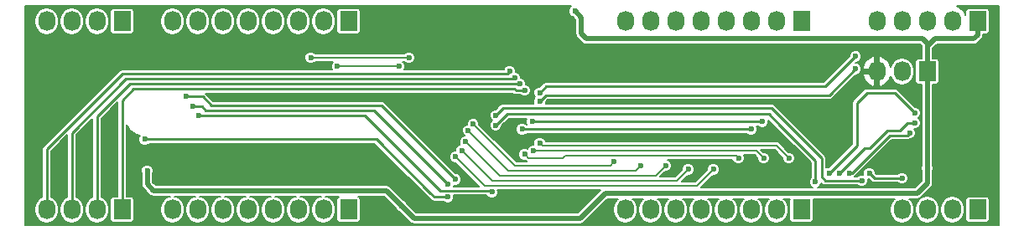
<source format=gbr>
G04 #@! TF.FileFunction,Copper,L2,Bot,Signal*
%FSLAX46Y46*%
G04 Gerber Fmt 4.6, Leading zero omitted, Abs format (unit mm)*
G04 Created by KiCad (PCBNEW 4.0.1-stable) date 2017年02月15日水曜日 20:21:17*
%MOMM*%
G01*
G04 APERTURE LIST*
%ADD10C,0.100000*%
%ADD11R,1.727200X2.032000*%
%ADD12O,1.727200X2.032000*%
%ADD13C,0.600000*%
%ADD14C,0.500000*%
%ADD15C,0.250000*%
%ADD16C,0.180000*%
%ADD17C,0.150000*%
G04 APERTURE END LIST*
D10*
D11*
X175260000Y-84455000D03*
D12*
X172720000Y-84455000D03*
X170180000Y-84455000D03*
X167640000Y-84455000D03*
X165100000Y-84455000D03*
X162560000Y-84455000D03*
X160020000Y-84455000D03*
X157480000Y-84455000D03*
D11*
X129540000Y-84455000D03*
D12*
X127000000Y-84455000D03*
X124460000Y-84455000D03*
X121920000Y-84455000D03*
X119380000Y-84455000D03*
X116840000Y-84455000D03*
X114300000Y-84455000D03*
X111760000Y-84455000D03*
D11*
X129540000Y-103505000D03*
D12*
X127000000Y-103505000D03*
X124460000Y-103505000D03*
X121920000Y-103505000D03*
X119380000Y-103505000D03*
X116840000Y-103505000D03*
X114300000Y-103505000D03*
X111760000Y-103505000D03*
D11*
X175260000Y-103505000D03*
D12*
X172720000Y-103505000D03*
X170180000Y-103505000D03*
X167640000Y-103505000D03*
X165100000Y-103505000D03*
X162560000Y-103505000D03*
X160020000Y-103505000D03*
X157480000Y-103505000D03*
D11*
X193040000Y-84455000D03*
D12*
X190500000Y-84455000D03*
X187960000Y-84455000D03*
X185420000Y-84455000D03*
X182880000Y-84455000D03*
D11*
X106680000Y-84455000D03*
D12*
X104140000Y-84455000D03*
X101600000Y-84455000D03*
X99060000Y-84455000D03*
D11*
X106680000Y-103505000D03*
D12*
X104140000Y-103505000D03*
X101600000Y-103505000D03*
X99060000Y-103505000D03*
D11*
X193040000Y-103505000D03*
D12*
X190500000Y-103505000D03*
X187960000Y-103505000D03*
X185420000Y-103505000D03*
D11*
X187960000Y-89535000D03*
D12*
X185420000Y-89535000D03*
X182880000Y-89535000D03*
D13*
X109220000Y-99568000D03*
X187960000Y-99314000D03*
X134874000Y-103124000D03*
X152400000Y-83439000D03*
X134112000Y-101092000D03*
X152146000Y-103378000D03*
X135890000Y-101092000D03*
X141732000Y-84328000D03*
X186436000Y-87630000D03*
X155448000Y-87122000D03*
X192024000Y-99314000D03*
X192024000Y-87376000D03*
X180086000Y-99822000D03*
X186182000Y-95758000D03*
X180721000Y-89281000D03*
X148844000Y-92583000D03*
X148844000Y-91694000D03*
X180721000Y-88011000D03*
X140335000Y-100457000D03*
X113157000Y-92075000D03*
X139573000Y-100965000D03*
X113792000Y-93091000D03*
X144018000Y-101727000D03*
X114427000Y-93980000D03*
X139573000Y-102235000D03*
X108966000Y-96393000D03*
X147320000Y-91440000D03*
X146812000Y-90805000D03*
X146304000Y-90170000D03*
X145796000Y-89535000D03*
X147066000Y-95377000D03*
X170180000Y-95377000D03*
X182118000Y-99822000D03*
X185420000Y-100330000D03*
X171323000Y-94615000D03*
X148082000Y-94615000D03*
X144399000Y-93980000D03*
X181356000Y-100584000D03*
X144399000Y-94996000D03*
X176657000Y-100711000D03*
X179070000Y-99822000D03*
X186690000Y-94742000D03*
X186690000Y-93726000D03*
X178054000Y-99822000D03*
X128397000Y-89027000D03*
X134620000Y-89027000D03*
X125730000Y-88138000D03*
X135636000Y-88138000D03*
X142113000Y-94869000D03*
X156337000Y-98679000D03*
X141605000Y-95504000D03*
X159004000Y-99060000D03*
X161544000Y-99060000D03*
X141351000Y-96647000D03*
X140970000Y-97536000D03*
X163830000Y-99441000D03*
X140335000Y-98171000D03*
X166370000Y-99441000D03*
X168910000Y-98298000D03*
X147320000Y-97917000D03*
X148209000Y-97536000D03*
X171450000Y-98298000D03*
X173990000Y-98298000D03*
X148844000Y-96774000D03*
D14*
X134874000Y-103124000D02*
X133350000Y-101600000D01*
X109220000Y-100965000D02*
X109855000Y-101600000D01*
X109855000Y-101600000D02*
X133350000Y-101600000D01*
X109220000Y-99568000D02*
X109220000Y-100965000D01*
X187960000Y-86995000D02*
X187960000Y-89535000D01*
X187960000Y-100838000D02*
X187960000Y-99314000D01*
X187960000Y-88265000D02*
X187960000Y-100838000D01*
X136144000Y-104394000D02*
X134874000Y-103124000D01*
X187960000Y-100838000D02*
X186944000Y-101854000D01*
X186944000Y-101854000D02*
X155448000Y-101854000D01*
X155448000Y-101854000D02*
X152908000Y-104394000D01*
X152908000Y-104394000D02*
X136144000Y-104394000D01*
X187960000Y-86995000D02*
X187960000Y-86741000D01*
X153035000Y-84074000D02*
X152400000Y-83439000D01*
X153035000Y-85725000D02*
X153035000Y-84074000D01*
X153543000Y-86233000D02*
X153035000Y-85725000D01*
X187452000Y-86233000D02*
X153543000Y-86233000D01*
X187960000Y-86741000D02*
X187452000Y-86233000D01*
X187960000Y-88265000D02*
X187960000Y-86995000D01*
X193040000Y-85852000D02*
X193040000Y-84455000D01*
X192659000Y-86233000D02*
X193040000Y-85852000D01*
X188722000Y-86233000D02*
X192659000Y-86233000D01*
X187960000Y-86995000D02*
X188722000Y-86233000D01*
X134112000Y-101092000D02*
X135890000Y-101092000D01*
X135890000Y-102362000D02*
X135890000Y-101092000D01*
X136906000Y-103378000D02*
X135890000Y-102362000D01*
X152146000Y-103378000D02*
X136906000Y-103378000D01*
X155448000Y-87122000D02*
X152908000Y-87122000D01*
X151892000Y-84328000D02*
X141732000Y-84328000D01*
X152146000Y-84582000D02*
X151892000Y-84328000D01*
X152146000Y-86360000D02*
X152146000Y-84582000D01*
X152908000Y-87122000D02*
X152146000Y-86360000D01*
X185928000Y-87122000D02*
X186436000Y-87630000D01*
X185928000Y-87122000D02*
X155448000Y-87122000D01*
X192024000Y-87376000D02*
X192024000Y-99314000D01*
D15*
X180086000Y-99822000D02*
X180340000Y-99822000D01*
X180340000Y-99822000D02*
X184150000Y-96012000D01*
X184150000Y-96012000D02*
X185928000Y-96012000D01*
X185928000Y-96012000D02*
X186182000Y-95758000D01*
X180721000Y-89281000D02*
X178054000Y-91948000D01*
X178054000Y-91948000D02*
X149479000Y-91948000D01*
X148844000Y-92583000D02*
X149479000Y-91948000D01*
X148844000Y-91694000D02*
X149479000Y-91059000D01*
X149479000Y-91059000D02*
X149352000Y-91186000D01*
X177673000Y-91059000D02*
X180721000Y-88011000D01*
X149479000Y-91059000D02*
X177673000Y-91059000D01*
X114808000Y-92075000D02*
X115697000Y-92964000D01*
X115697000Y-92964000D02*
X132842000Y-92964000D01*
X140335000Y-100457000D02*
X132842000Y-92964000D01*
X114808000Y-92075000D02*
X113157000Y-92075000D01*
X113792000Y-93091000D02*
X114750002Y-93091000D01*
X115131002Y-93472000D02*
X132080000Y-93472000D01*
X114750002Y-93091000D02*
X115131002Y-93472000D01*
X139573000Y-100965000D02*
X132080000Y-93472000D01*
X114427000Y-93980000D02*
X131191000Y-93980000D01*
X144018000Y-101727000D02*
X143891000Y-101600000D01*
X143891000Y-101600000D02*
X138811000Y-101600000D01*
X138811000Y-101600000D02*
X131191000Y-93980000D01*
X138176000Y-102235000D02*
X137795000Y-101854000D01*
X139573000Y-102235000D02*
X138176000Y-102235000D01*
X137795000Y-101854000D02*
X132334000Y-96393000D01*
X132334000Y-96393000D02*
X108966000Y-96393000D01*
X106680000Y-92456000D02*
X107823000Y-91313000D01*
X106680000Y-103505000D02*
X106680000Y-92456000D01*
X147320000Y-91440000D02*
X146431000Y-91440000D01*
X107823000Y-91313000D02*
X146304000Y-91313000D01*
X146304000Y-91313000D02*
X146431000Y-91440000D01*
X107442000Y-90805000D02*
X104140000Y-94107000D01*
X104140000Y-94107000D02*
X104140000Y-103505000D01*
X146812000Y-90805000D02*
X107442000Y-90805000D01*
X107061000Y-90297000D02*
X101600000Y-95758000D01*
X101600000Y-95758000D02*
X101600000Y-103505000D01*
X146177000Y-90297000D02*
X107061000Y-90297000D01*
X146304000Y-90170000D02*
X146177000Y-90297000D01*
X106680000Y-89789000D02*
X99060000Y-97409000D01*
X99060000Y-97409000D02*
X99060000Y-97536000D01*
X99060000Y-97536000D02*
X99060000Y-103505000D01*
X145542000Y-89789000D02*
X106680000Y-89789000D01*
X145796000Y-89535000D02*
X145542000Y-89789000D01*
X170180000Y-95377000D02*
X147066000Y-95377000D01*
X182626000Y-100330000D02*
X185420000Y-100330000D01*
X182118000Y-99822000D02*
X182626000Y-100330000D01*
X148082000Y-94615000D02*
X171323000Y-94615000D01*
X144399000Y-93980000D02*
X145161000Y-93218000D01*
X172212000Y-93218000D02*
X173482000Y-94488000D01*
X145161000Y-93218000D02*
X172212000Y-93218000D01*
X177292000Y-98298000D02*
X173482000Y-94488000D01*
X177292000Y-100203000D02*
X177292000Y-98298000D01*
X177673000Y-100584000D02*
X177292000Y-100203000D01*
X181356000Y-100584000D02*
X177673000Y-100584000D01*
X173101000Y-94996000D02*
X171958000Y-93853000D01*
X145542000Y-93853000D02*
X144399000Y-94996000D01*
X171958000Y-93853000D02*
X145542000Y-93853000D01*
X176657000Y-98552000D02*
X176657000Y-100711000D01*
X173101000Y-94996000D02*
X176657000Y-98552000D01*
X185928000Y-94742000D02*
X186690000Y-94742000D01*
X185166000Y-95504000D02*
X185928000Y-94742000D01*
X183896000Y-95504000D02*
X185166000Y-95504000D01*
X182118000Y-97282000D02*
X183896000Y-95504000D01*
X181610000Y-97282000D02*
X182118000Y-97282000D01*
X179070000Y-99822000D02*
X181610000Y-97282000D01*
X184658000Y-91694000D02*
X186690000Y-93726000D01*
X181864000Y-91694000D02*
X184658000Y-91694000D01*
X180848000Y-92710000D02*
X181864000Y-91694000D01*
X180848000Y-97028000D02*
X180848000Y-92710000D01*
X178054000Y-99822000D02*
X180848000Y-97028000D01*
D16*
X134620000Y-89027000D02*
X128397000Y-89027000D01*
X135636000Y-88138000D02*
X125730000Y-88138000D01*
X150876000Y-99060000D02*
X146304000Y-99060000D01*
X146304000Y-99060000D02*
X142113000Y-94869000D01*
X155956000Y-99060000D02*
X156337000Y-98679000D01*
X150749000Y-99060000D02*
X150876000Y-99060000D01*
X150876000Y-99060000D02*
X155956000Y-99060000D01*
X145669000Y-99568000D02*
X150622000Y-99568000D01*
X141605000Y-95504000D02*
X145669000Y-99568000D01*
X158496000Y-99568000D02*
X159004000Y-99060000D01*
X150622000Y-99568000D02*
X158496000Y-99568000D01*
X144780000Y-100076000D02*
X141732000Y-97028000D01*
X160528000Y-100076000D02*
X161544000Y-99060000D01*
X160528000Y-100076000D02*
X144780000Y-100076000D01*
X141351000Y-96647000D02*
X141732000Y-97028000D01*
X144018000Y-100584000D02*
X145288000Y-100584000D01*
X140970000Y-97536000D02*
X144018000Y-100584000D01*
X145288000Y-100584000D02*
X162687000Y-100584000D01*
X162687000Y-100584000D02*
X163830000Y-99441000D01*
X143256000Y-101092000D02*
X144653000Y-101092000D01*
X140335000Y-98171000D02*
X143256000Y-101092000D01*
X144653000Y-101092000D02*
X164719000Y-101092000D01*
X164719000Y-101092000D02*
X166370000Y-99441000D01*
X151130000Y-98298000D02*
X147701000Y-98298000D01*
X151384000Y-98044000D02*
X151130000Y-98298000D01*
X168910000Y-98298000D02*
X168656000Y-98044000D01*
X151384000Y-98044000D02*
X168656000Y-98044000D01*
X147701000Y-98298000D02*
X147320000Y-97917000D01*
X148209000Y-97536000D02*
X150368000Y-97536000D01*
X150368000Y-97536000D02*
X170688000Y-97536000D01*
X170688000Y-97536000D02*
X171450000Y-98298000D01*
X149352000Y-97028000D02*
X149098000Y-97028000D01*
X173990000Y-98298000D02*
X172720000Y-97028000D01*
X172720000Y-97028000D02*
X149352000Y-97028000D01*
X149098000Y-97028000D02*
X148844000Y-96774000D01*
D17*
G36*
X151870460Y-83084504D02*
X151775109Y-83314134D01*
X151774892Y-83562775D01*
X151869842Y-83792571D01*
X152045504Y-83968540D01*
X152166688Y-84018860D01*
X152460000Y-84312173D01*
X152460000Y-85725000D01*
X152485262Y-85852000D01*
X152503769Y-85945043D01*
X152628414Y-86131586D01*
X153136413Y-86639586D01*
X153322957Y-86764231D01*
X153543000Y-86808000D01*
X187213828Y-86808000D01*
X187385000Y-86979173D01*
X187385000Y-88187633D01*
X187096400Y-88187633D01*
X186975962Y-88210295D01*
X186865347Y-88281474D01*
X186791140Y-88390080D01*
X186765033Y-88519000D01*
X186765033Y-90551000D01*
X186787695Y-90671438D01*
X186858874Y-90782053D01*
X186967480Y-90856260D01*
X187096400Y-90882367D01*
X187385000Y-90882367D01*
X187385000Y-99068983D01*
X187335109Y-99189134D01*
X187334892Y-99437775D01*
X187385000Y-99559045D01*
X187385000Y-100599828D01*
X186705828Y-101279000D01*
X176918987Y-101279000D01*
X177010571Y-101241158D01*
X177186540Y-101065496D01*
X177281891Y-100835866D01*
X177281897Y-100829293D01*
X177354802Y-100902198D01*
X177500792Y-100999746D01*
X177673000Y-101034000D01*
X180922103Y-101034000D01*
X181001504Y-101113540D01*
X181231134Y-101208891D01*
X181479775Y-101209108D01*
X181709571Y-101114158D01*
X181885540Y-100938496D01*
X181980891Y-100708866D01*
X181981108Y-100460225D01*
X181971967Y-100438102D01*
X181993134Y-100446891D01*
X182106594Y-100446990D01*
X182307802Y-100648198D01*
X182453792Y-100745746D01*
X182626000Y-100780000D01*
X184986103Y-100780000D01*
X185065504Y-100859540D01*
X185295134Y-100954891D01*
X185543775Y-100955108D01*
X185773571Y-100860158D01*
X185949540Y-100684496D01*
X186044891Y-100454866D01*
X186045108Y-100206225D01*
X185950158Y-99976429D01*
X185774496Y-99800460D01*
X185544866Y-99705109D01*
X185296225Y-99704892D01*
X185066429Y-99799842D01*
X184986131Y-99880000D01*
X182812396Y-99880000D01*
X182743010Y-99810614D01*
X182743108Y-99698225D01*
X182648158Y-99468429D01*
X182472496Y-99292460D01*
X182242866Y-99197109D01*
X181994225Y-99196892D01*
X181764429Y-99291842D01*
X181588460Y-99467504D01*
X181493109Y-99697134D01*
X181492892Y-99945775D01*
X181502033Y-99967898D01*
X181480866Y-99959109D01*
X181232225Y-99958892D01*
X181002429Y-100053842D01*
X180922131Y-100134000D01*
X180664396Y-100134000D01*
X184336396Y-96462000D01*
X185928000Y-96462000D01*
X186100208Y-96427746D01*
X186167194Y-96382987D01*
X186305775Y-96383108D01*
X186535571Y-96288158D01*
X186711540Y-96112496D01*
X186806891Y-95882866D01*
X186807108Y-95634225D01*
X186712158Y-95404429D01*
X186674781Y-95366987D01*
X186813775Y-95367108D01*
X187043571Y-95272158D01*
X187219540Y-95096496D01*
X187314891Y-94866866D01*
X187315108Y-94618225D01*
X187220158Y-94388429D01*
X187065883Y-94233885D01*
X187219540Y-94080496D01*
X187314891Y-93850866D01*
X187315108Y-93602225D01*
X187220158Y-93372429D01*
X187044496Y-93196460D01*
X186814866Y-93101109D01*
X186701406Y-93101010D01*
X184976198Y-91375802D01*
X184923259Y-91340429D01*
X184830208Y-91278254D01*
X184658000Y-91244000D01*
X181864000Y-91244000D01*
X181691792Y-91278254D01*
X181598741Y-91340429D01*
X181545802Y-91375802D01*
X180529802Y-92391802D01*
X180432254Y-92537792D01*
X180398000Y-92710000D01*
X180398000Y-96841604D01*
X178042614Y-99196990D01*
X177930225Y-99196892D01*
X177742000Y-99274665D01*
X177742000Y-98298000D01*
X177707746Y-98125792D01*
X177610198Y-97979802D01*
X172530198Y-92899802D01*
X172488209Y-92871746D01*
X172384208Y-92802254D01*
X172212000Y-92768000D01*
X149443921Y-92768000D01*
X149468891Y-92707866D01*
X149468990Y-92594406D01*
X149665396Y-92398000D01*
X178054000Y-92398000D01*
X178226208Y-92363746D01*
X178372198Y-92266198D01*
X180698683Y-89939713D01*
X181456996Y-89939713D01*
X181661872Y-90465067D01*
X182052197Y-90872028D01*
X182478645Y-91077208D01*
X182701000Y-90975876D01*
X182701000Y-89714000D01*
X181580795Y-89714000D01*
X181456996Y-89939713D01*
X180698683Y-89939713D01*
X180732386Y-89906010D01*
X180844775Y-89906108D01*
X181074571Y-89811158D01*
X181250540Y-89635496D01*
X181345891Y-89405866D01*
X181346108Y-89157225D01*
X181334978Y-89130287D01*
X181456996Y-89130287D01*
X181580795Y-89356000D01*
X182701000Y-89356000D01*
X182701000Y-88094124D01*
X183059000Y-88094124D01*
X183059000Y-89356000D01*
X183079000Y-89356000D01*
X183079000Y-89714000D01*
X183059000Y-89714000D01*
X183059000Y-90975876D01*
X183281355Y-91077208D01*
X183707803Y-90872028D01*
X184098128Y-90465067D01*
X184285361Y-89984953D01*
X184321877Y-90168530D01*
X184579533Y-90554139D01*
X184965142Y-90811795D01*
X185420000Y-90902272D01*
X185874858Y-90811795D01*
X186260467Y-90554139D01*
X186518123Y-90168530D01*
X186608600Y-89713672D01*
X186608600Y-89356328D01*
X186518123Y-88901470D01*
X186260467Y-88515861D01*
X185874858Y-88258205D01*
X185420000Y-88167728D01*
X184965142Y-88258205D01*
X184579533Y-88515861D01*
X184321877Y-88901470D01*
X184285361Y-89085047D01*
X184098128Y-88604933D01*
X183707803Y-88197972D01*
X183281355Y-87992792D01*
X183059000Y-88094124D01*
X182701000Y-88094124D01*
X182478645Y-87992792D01*
X182052197Y-88197972D01*
X181661872Y-88604933D01*
X181456996Y-89130287D01*
X181334978Y-89130287D01*
X181251158Y-88927429D01*
X181075496Y-88751460D01*
X180845866Y-88656109D01*
X180712403Y-88655993D01*
X180732386Y-88636010D01*
X180844775Y-88636108D01*
X181074571Y-88541158D01*
X181250540Y-88365496D01*
X181345891Y-88135866D01*
X181346108Y-87887225D01*
X181251158Y-87657429D01*
X181075496Y-87481460D01*
X180845866Y-87386109D01*
X180597225Y-87385892D01*
X180367429Y-87480842D01*
X180191460Y-87656504D01*
X180096109Y-87886134D01*
X180096010Y-87999594D01*
X177486604Y-90609000D01*
X149479000Y-90609000D01*
X149306793Y-90643253D01*
X149160802Y-90740802D01*
X148832614Y-91068990D01*
X148720225Y-91068892D01*
X148490429Y-91163842D01*
X148314460Y-91339504D01*
X148219109Y-91569134D01*
X148218892Y-91817775D01*
X148313842Y-92047571D01*
X148404617Y-92138504D01*
X148314460Y-92228504D01*
X148219109Y-92458134D01*
X148218892Y-92706775D01*
X148244190Y-92768000D01*
X145161000Y-92768000D01*
X144988792Y-92802254D01*
X144884791Y-92871746D01*
X144842802Y-92899802D01*
X144387614Y-93354990D01*
X144275225Y-93354892D01*
X144045429Y-93449842D01*
X143869460Y-93625504D01*
X143774109Y-93855134D01*
X143773892Y-94103775D01*
X143868842Y-94333571D01*
X144023117Y-94488115D01*
X143869460Y-94641504D01*
X143774109Y-94871134D01*
X143773892Y-95119775D01*
X143868842Y-95349571D01*
X144044504Y-95525540D01*
X144274134Y-95620891D01*
X144522775Y-95621108D01*
X144752571Y-95526158D01*
X144928540Y-95350496D01*
X145023891Y-95120866D01*
X145023990Y-95007406D01*
X145728396Y-94303000D01*
X147534814Y-94303000D01*
X147457109Y-94490134D01*
X147456892Y-94738775D01*
X147534665Y-94927000D01*
X147499897Y-94927000D01*
X147420496Y-94847460D01*
X147190866Y-94752109D01*
X146942225Y-94751892D01*
X146712429Y-94846842D01*
X146536460Y-95022504D01*
X146441109Y-95252134D01*
X146440892Y-95500775D01*
X146535842Y-95730571D01*
X146711504Y-95906540D01*
X146941134Y-96001891D01*
X147189775Y-96002108D01*
X147419571Y-95907158D01*
X147499869Y-95827000D01*
X169746103Y-95827000D01*
X169825504Y-95906540D01*
X170055134Y-96001891D01*
X170303775Y-96002108D01*
X170533571Y-95907158D01*
X170709540Y-95731496D01*
X170804891Y-95501866D01*
X170805108Y-95253225D01*
X170727335Y-95065000D01*
X170889103Y-95065000D01*
X170968504Y-95144540D01*
X171198134Y-95239891D01*
X171446775Y-95240108D01*
X171676571Y-95145158D01*
X171852540Y-94969496D01*
X171947891Y-94739866D01*
X171948108Y-94491225D01*
X171939855Y-94471251D01*
X176207000Y-98738396D01*
X176207000Y-100277103D01*
X176127460Y-100356504D01*
X176032109Y-100586134D01*
X176031892Y-100834775D01*
X176126842Y-101064571D01*
X176302504Y-101240540D01*
X176395126Y-101279000D01*
X165118898Y-101279000D01*
X166331932Y-100065967D01*
X166493775Y-100066108D01*
X166723571Y-99971158D01*
X166899540Y-99795496D01*
X166994891Y-99565866D01*
X166995108Y-99317225D01*
X166900158Y-99087429D01*
X166724496Y-98911460D01*
X166494866Y-98816109D01*
X166246225Y-98815892D01*
X166016429Y-98910842D01*
X165840460Y-99086504D01*
X165745109Y-99316134D01*
X165744967Y-99479134D01*
X164547102Y-100677000D01*
X163180898Y-100677000D01*
X163791931Y-100065967D01*
X163953775Y-100066108D01*
X164183571Y-99971158D01*
X164359540Y-99795496D01*
X164454891Y-99565866D01*
X164455108Y-99317225D01*
X164360158Y-99087429D01*
X164184496Y-98911460D01*
X163954866Y-98816109D01*
X163706225Y-98815892D01*
X163476429Y-98910842D01*
X163300460Y-99086504D01*
X163205109Y-99316134D01*
X163204967Y-99479135D01*
X162515102Y-100169000D01*
X161021898Y-100169000D01*
X161505931Y-99684967D01*
X161667775Y-99685108D01*
X161897571Y-99590158D01*
X162073540Y-99414496D01*
X162168891Y-99184866D01*
X162169108Y-98936225D01*
X162074158Y-98706429D01*
X161898496Y-98530460D01*
X161726402Y-98459000D01*
X168300273Y-98459000D01*
X168379842Y-98651571D01*
X168555504Y-98827540D01*
X168785134Y-98922891D01*
X169033775Y-98923108D01*
X169263571Y-98828158D01*
X169439540Y-98652496D01*
X169534891Y-98422866D01*
X169535108Y-98174225D01*
X169442873Y-97951000D01*
X170516102Y-97951000D01*
X170825033Y-98259932D01*
X170824892Y-98421775D01*
X170919842Y-98651571D01*
X171095504Y-98827540D01*
X171325134Y-98922891D01*
X171573775Y-98923108D01*
X171803571Y-98828158D01*
X171979540Y-98652496D01*
X172074891Y-98422866D01*
X172075108Y-98174225D01*
X171980158Y-97944429D01*
X171804496Y-97768460D01*
X171574866Y-97673109D01*
X171411865Y-97672967D01*
X171181898Y-97443000D01*
X172548102Y-97443000D01*
X173365033Y-98259931D01*
X173364892Y-98421775D01*
X173459842Y-98651571D01*
X173635504Y-98827540D01*
X173865134Y-98922891D01*
X174113775Y-98923108D01*
X174343571Y-98828158D01*
X174519540Y-98652496D01*
X174614891Y-98422866D01*
X174615108Y-98174225D01*
X174520158Y-97944429D01*
X174344496Y-97768460D01*
X174114866Y-97673109D01*
X173951865Y-97672967D01*
X173013449Y-96734551D01*
X172976410Y-96709802D01*
X172878814Y-96644590D01*
X172720000Y-96613000D01*
X149453727Y-96613000D01*
X149374158Y-96420429D01*
X149198496Y-96244460D01*
X148968866Y-96149109D01*
X148720225Y-96148892D01*
X148490429Y-96243842D01*
X148314460Y-96419504D01*
X148219109Y-96649134D01*
X148218892Y-96897775D01*
X148224362Y-96911013D01*
X148085225Y-96910892D01*
X147855429Y-97005842D01*
X147679460Y-97181504D01*
X147605786Y-97358929D01*
X147444866Y-97292109D01*
X147196225Y-97291892D01*
X146966429Y-97386842D01*
X146790460Y-97562504D01*
X146695109Y-97792134D01*
X146694892Y-98040775D01*
X146789842Y-98270571D01*
X146965504Y-98446540D01*
X147195134Y-98541891D01*
X147358134Y-98542033D01*
X147407550Y-98591449D01*
X147487695Y-98645000D01*
X146475898Y-98645000D01*
X142737967Y-94907069D01*
X142738108Y-94745225D01*
X142643158Y-94515429D01*
X142467496Y-94339460D01*
X142237866Y-94244109D01*
X141989225Y-94243892D01*
X141759429Y-94338842D01*
X141583460Y-94514504D01*
X141488109Y-94744134D01*
X141487991Y-94878898D01*
X141481225Y-94878892D01*
X141251429Y-94973842D01*
X141075460Y-95149504D01*
X140980109Y-95379134D01*
X140979892Y-95627775D01*
X141074842Y-95857571D01*
X141238886Y-96021902D01*
X141227225Y-96021892D01*
X140997429Y-96116842D01*
X140821460Y-96292504D01*
X140726109Y-96522134D01*
X140725892Y-96770775D01*
X140792893Y-96932929D01*
X140616429Y-97005842D01*
X140440460Y-97181504D01*
X140345109Y-97411134D01*
X140344991Y-97546009D01*
X140211225Y-97545892D01*
X139981429Y-97640842D01*
X139805460Y-97816504D01*
X139710109Y-98046134D01*
X139709892Y-98294775D01*
X139804842Y-98524571D01*
X139980504Y-98700540D01*
X140210134Y-98795891D01*
X140373135Y-98796033D01*
X142727102Y-101150000D01*
X140172921Y-101150000D01*
X140197891Y-101089866D01*
X140197902Y-101076812D01*
X140210134Y-101081891D01*
X140458775Y-101082108D01*
X140688571Y-100987158D01*
X140864540Y-100811496D01*
X140959891Y-100581866D01*
X140960108Y-100333225D01*
X140865158Y-100103429D01*
X140689496Y-99927460D01*
X140459866Y-99832109D01*
X140346406Y-99832010D01*
X133160198Y-92645802D01*
X133129066Y-92625000D01*
X133014208Y-92548254D01*
X132842000Y-92514000D01*
X115883396Y-92514000D01*
X115132396Y-91763000D01*
X146119989Y-91763000D01*
X146258792Y-91855746D01*
X146431000Y-91890000D01*
X146886103Y-91890000D01*
X146965504Y-91969540D01*
X147195134Y-92064891D01*
X147443775Y-92065108D01*
X147673571Y-91970158D01*
X147849540Y-91794496D01*
X147944891Y-91564866D01*
X147945108Y-91316225D01*
X147850158Y-91086429D01*
X147674496Y-90910460D01*
X147444866Y-90815109D01*
X147436991Y-90815102D01*
X147437108Y-90681225D01*
X147342158Y-90451429D01*
X147166496Y-90275460D01*
X146936866Y-90180109D01*
X146928991Y-90180102D01*
X146929108Y-90046225D01*
X146834158Y-89816429D01*
X146658496Y-89640460D01*
X146428866Y-89545109D01*
X146420991Y-89545102D01*
X146421108Y-89411225D01*
X146326158Y-89181429D01*
X146150496Y-89005460D01*
X145920866Y-88910109D01*
X145672225Y-88909892D01*
X145442429Y-89004842D01*
X145266460Y-89180504D01*
X145200647Y-89339000D01*
X135167186Y-89339000D01*
X135244891Y-89151866D01*
X135245108Y-88903225D01*
X135150158Y-88673429D01*
X135029939Y-88553000D01*
X135167164Y-88553000D01*
X135281504Y-88667540D01*
X135511134Y-88762891D01*
X135759775Y-88763108D01*
X135989571Y-88668158D01*
X136165540Y-88492496D01*
X136260891Y-88262866D01*
X136261108Y-88014225D01*
X136166158Y-87784429D01*
X135990496Y-87608460D01*
X135760866Y-87513109D01*
X135512225Y-87512892D01*
X135282429Y-87607842D01*
X135167070Y-87723000D01*
X126198836Y-87723000D01*
X126084496Y-87608460D01*
X125854866Y-87513109D01*
X125606225Y-87512892D01*
X125376429Y-87607842D01*
X125200460Y-87783504D01*
X125105109Y-88013134D01*
X125104892Y-88261775D01*
X125199842Y-88491571D01*
X125375504Y-88667540D01*
X125605134Y-88762891D01*
X125853775Y-88763108D01*
X126083571Y-88668158D01*
X126198930Y-88553000D01*
X127987173Y-88553000D01*
X127867460Y-88672504D01*
X127772109Y-88902134D01*
X127771892Y-89150775D01*
X127849665Y-89339000D01*
X106680000Y-89339000D01*
X106507792Y-89373254D01*
X106361802Y-89470802D01*
X98741802Y-97090802D01*
X98644254Y-97236792D01*
X98610000Y-97409000D01*
X98610000Y-102227239D01*
X98605142Y-102228205D01*
X98219533Y-102485861D01*
X97961877Y-102871470D01*
X97871400Y-103326328D01*
X97871400Y-103683672D01*
X97961877Y-104138530D01*
X98219533Y-104524139D01*
X98605142Y-104781795D01*
X99060000Y-104872272D01*
X99514858Y-104781795D01*
X99900467Y-104524139D01*
X100158123Y-104138530D01*
X100248600Y-103683672D01*
X100248600Y-103326328D01*
X100158123Y-102871470D01*
X99900467Y-102485861D01*
X99514858Y-102228205D01*
X99510000Y-102227239D01*
X99510000Y-97595396D01*
X101150000Y-95955396D01*
X101150000Y-102227239D01*
X101145142Y-102228205D01*
X100759533Y-102485861D01*
X100501877Y-102871470D01*
X100411400Y-103326328D01*
X100411400Y-103683672D01*
X100501877Y-104138530D01*
X100759533Y-104524139D01*
X101145142Y-104781795D01*
X101600000Y-104872272D01*
X102054858Y-104781795D01*
X102440467Y-104524139D01*
X102698123Y-104138530D01*
X102788600Y-103683672D01*
X102788600Y-103326328D01*
X102698123Y-102871470D01*
X102440467Y-102485861D01*
X102054858Y-102228205D01*
X102050000Y-102227239D01*
X102050000Y-95944396D01*
X103690000Y-94304396D01*
X103690000Y-102227239D01*
X103685142Y-102228205D01*
X103299533Y-102485861D01*
X103041877Y-102871470D01*
X102951400Y-103326328D01*
X102951400Y-103683672D01*
X103041877Y-104138530D01*
X103299533Y-104524139D01*
X103685142Y-104781795D01*
X104140000Y-104872272D01*
X104594858Y-104781795D01*
X104980467Y-104524139D01*
X105238123Y-104138530D01*
X105328600Y-103683672D01*
X105328600Y-103326328D01*
X105238123Y-102871470D01*
X104980467Y-102485861D01*
X104594858Y-102228205D01*
X104590000Y-102227239D01*
X104590000Y-94293396D01*
X106230000Y-92653396D01*
X106230000Y-102157633D01*
X105816400Y-102157633D01*
X105695962Y-102180295D01*
X105585347Y-102251474D01*
X105511140Y-102360080D01*
X105485033Y-102489000D01*
X105485033Y-104521000D01*
X105507695Y-104641438D01*
X105578874Y-104752053D01*
X105687480Y-104826260D01*
X105816400Y-104852367D01*
X107543600Y-104852367D01*
X107664038Y-104829705D01*
X107774653Y-104758526D01*
X107848860Y-104649920D01*
X107874967Y-104521000D01*
X107874967Y-102489000D01*
X107852305Y-102368562D01*
X107781126Y-102257947D01*
X107672520Y-102183740D01*
X107543600Y-102157633D01*
X107130000Y-102157633D01*
X107130000Y-94952752D01*
X107497398Y-95502602D01*
X108186798Y-95963244D01*
X108457843Y-96017158D01*
X108436460Y-96038504D01*
X108341109Y-96268134D01*
X108340892Y-96516775D01*
X108435842Y-96746571D01*
X108611504Y-96922540D01*
X108841134Y-97017891D01*
X109089775Y-97018108D01*
X109319571Y-96923158D01*
X109399869Y-96843000D01*
X132147604Y-96843000D01*
X137857802Y-102553198D01*
X138003792Y-102650746D01*
X138176000Y-102685000D01*
X139139103Y-102685000D01*
X139218504Y-102764540D01*
X139448134Y-102859891D01*
X139696775Y-102860108D01*
X139926571Y-102765158D01*
X140102540Y-102589496D01*
X140197891Y-102359866D01*
X140198108Y-102111225D01*
X140172810Y-102050000D01*
X143475210Y-102050000D01*
X143487842Y-102080571D01*
X143663504Y-102256540D01*
X143893134Y-102351891D01*
X144141775Y-102352108D01*
X144371571Y-102257158D01*
X144547540Y-102081496D01*
X144642891Y-101851866D01*
X144643108Y-101603225D01*
X144603349Y-101507000D01*
X154981827Y-101507000D01*
X152669828Y-103819000D01*
X136382173Y-103819000D01*
X135453840Y-102890668D01*
X135404158Y-102770429D01*
X135228496Y-102594460D01*
X135107313Y-102544140D01*
X133756586Y-101193414D01*
X133570043Y-101068769D01*
X133548938Y-101064571D01*
X133350000Y-101025000D01*
X110093173Y-101025000D01*
X109795000Y-100726828D01*
X109795000Y-99813017D01*
X109844891Y-99692866D01*
X109845108Y-99444225D01*
X109750158Y-99214429D01*
X109574496Y-99038460D01*
X109344866Y-98943109D01*
X109096225Y-98942892D01*
X108866429Y-99037842D01*
X108690460Y-99213504D01*
X108595109Y-99443134D01*
X108594892Y-99691775D01*
X108645000Y-99813045D01*
X108645000Y-100965000D01*
X108677173Y-101126746D01*
X108688769Y-101185043D01*
X108813414Y-101371586D01*
X109448414Y-102006587D01*
X109603383Y-102110134D01*
X109634957Y-102131231D01*
X109855000Y-102175000D01*
X111572621Y-102175000D01*
X111305142Y-102228205D01*
X110919533Y-102485861D01*
X110661877Y-102871470D01*
X110571400Y-103326328D01*
X110571400Y-103683672D01*
X110661877Y-104138530D01*
X110919533Y-104524139D01*
X111305142Y-104781795D01*
X111760000Y-104872272D01*
X112214858Y-104781795D01*
X112600467Y-104524139D01*
X112858123Y-104138530D01*
X112948600Y-103683672D01*
X112948600Y-103326328D01*
X112858123Y-102871470D01*
X112600467Y-102485861D01*
X112214858Y-102228205D01*
X111947379Y-102175000D01*
X114112621Y-102175000D01*
X113845142Y-102228205D01*
X113459533Y-102485861D01*
X113201877Y-102871470D01*
X113111400Y-103326328D01*
X113111400Y-103683672D01*
X113201877Y-104138530D01*
X113459533Y-104524139D01*
X113845142Y-104781795D01*
X114300000Y-104872272D01*
X114754858Y-104781795D01*
X115140467Y-104524139D01*
X115398123Y-104138530D01*
X115488600Y-103683672D01*
X115488600Y-103326328D01*
X115398123Y-102871470D01*
X115140467Y-102485861D01*
X114754858Y-102228205D01*
X114487379Y-102175000D01*
X116652621Y-102175000D01*
X116385142Y-102228205D01*
X115999533Y-102485861D01*
X115741877Y-102871470D01*
X115651400Y-103326328D01*
X115651400Y-103683672D01*
X115741877Y-104138530D01*
X115999533Y-104524139D01*
X116385142Y-104781795D01*
X116840000Y-104872272D01*
X117294858Y-104781795D01*
X117680467Y-104524139D01*
X117938123Y-104138530D01*
X118028600Y-103683672D01*
X118028600Y-103326328D01*
X117938123Y-102871470D01*
X117680467Y-102485861D01*
X117294858Y-102228205D01*
X117027379Y-102175000D01*
X119192621Y-102175000D01*
X118925142Y-102228205D01*
X118539533Y-102485861D01*
X118281877Y-102871470D01*
X118191400Y-103326328D01*
X118191400Y-103683672D01*
X118281877Y-104138530D01*
X118539533Y-104524139D01*
X118925142Y-104781795D01*
X119380000Y-104872272D01*
X119834858Y-104781795D01*
X120220467Y-104524139D01*
X120478123Y-104138530D01*
X120568600Y-103683672D01*
X120568600Y-103326328D01*
X120478123Y-102871470D01*
X120220467Y-102485861D01*
X119834858Y-102228205D01*
X119567379Y-102175000D01*
X121732621Y-102175000D01*
X121465142Y-102228205D01*
X121079533Y-102485861D01*
X120821877Y-102871470D01*
X120731400Y-103326328D01*
X120731400Y-103683672D01*
X120821877Y-104138530D01*
X121079533Y-104524139D01*
X121465142Y-104781795D01*
X121920000Y-104872272D01*
X122374858Y-104781795D01*
X122760467Y-104524139D01*
X123018123Y-104138530D01*
X123108600Y-103683672D01*
X123108600Y-103326328D01*
X123018123Y-102871470D01*
X122760467Y-102485861D01*
X122374858Y-102228205D01*
X122107379Y-102175000D01*
X124272621Y-102175000D01*
X124005142Y-102228205D01*
X123619533Y-102485861D01*
X123361877Y-102871470D01*
X123271400Y-103326328D01*
X123271400Y-103683672D01*
X123361877Y-104138530D01*
X123619533Y-104524139D01*
X124005142Y-104781795D01*
X124460000Y-104872272D01*
X124914858Y-104781795D01*
X125300467Y-104524139D01*
X125558123Y-104138530D01*
X125648600Y-103683672D01*
X125648600Y-103326328D01*
X125558123Y-102871470D01*
X125300467Y-102485861D01*
X124914858Y-102228205D01*
X124647379Y-102175000D01*
X126812621Y-102175000D01*
X126545142Y-102228205D01*
X126159533Y-102485861D01*
X125901877Y-102871470D01*
X125811400Y-103326328D01*
X125811400Y-103683672D01*
X125901877Y-104138530D01*
X126159533Y-104524139D01*
X126545142Y-104781795D01*
X127000000Y-104872272D01*
X127454858Y-104781795D01*
X127840467Y-104524139D01*
X128098123Y-104138530D01*
X128188600Y-103683672D01*
X128188600Y-103326328D01*
X128098123Y-102871470D01*
X127840467Y-102485861D01*
X127454858Y-102228205D01*
X127187379Y-102175000D01*
X128584102Y-102175000D01*
X128555962Y-102180295D01*
X128445347Y-102251474D01*
X128371140Y-102360080D01*
X128345033Y-102489000D01*
X128345033Y-104521000D01*
X128367695Y-104641438D01*
X128438874Y-104752053D01*
X128547480Y-104826260D01*
X128676400Y-104852367D01*
X130403600Y-104852367D01*
X130524038Y-104829705D01*
X130634653Y-104758526D01*
X130708860Y-104649920D01*
X130734967Y-104521000D01*
X130734967Y-102489000D01*
X130712305Y-102368562D01*
X130641126Y-102257947D01*
X130532520Y-102183740D01*
X130489361Y-102175000D01*
X133111828Y-102175000D01*
X134294161Y-103357334D01*
X134343842Y-103477571D01*
X134519504Y-103653540D01*
X134640688Y-103703860D01*
X135737413Y-104800586D01*
X135923957Y-104925231D01*
X136144000Y-104969000D01*
X152908000Y-104969000D01*
X153128043Y-104925231D01*
X153314586Y-104800586D01*
X155686173Y-102429000D01*
X156724631Y-102429000D01*
X156639533Y-102485861D01*
X156381877Y-102871470D01*
X156291400Y-103326328D01*
X156291400Y-103683672D01*
X156381877Y-104138530D01*
X156639533Y-104524139D01*
X157025142Y-104781795D01*
X157480000Y-104872272D01*
X157934858Y-104781795D01*
X158320467Y-104524139D01*
X158578123Y-104138530D01*
X158668600Y-103683672D01*
X158668600Y-103326328D01*
X158578123Y-102871470D01*
X158320467Y-102485861D01*
X158235369Y-102429000D01*
X159264631Y-102429000D01*
X159179533Y-102485861D01*
X158921877Y-102871470D01*
X158831400Y-103326328D01*
X158831400Y-103683672D01*
X158921877Y-104138530D01*
X159179533Y-104524139D01*
X159565142Y-104781795D01*
X160020000Y-104872272D01*
X160474858Y-104781795D01*
X160860467Y-104524139D01*
X161118123Y-104138530D01*
X161208600Y-103683672D01*
X161208600Y-103326328D01*
X161118123Y-102871470D01*
X160860467Y-102485861D01*
X160775369Y-102429000D01*
X161804631Y-102429000D01*
X161719533Y-102485861D01*
X161461877Y-102871470D01*
X161371400Y-103326328D01*
X161371400Y-103683672D01*
X161461877Y-104138530D01*
X161719533Y-104524139D01*
X162105142Y-104781795D01*
X162560000Y-104872272D01*
X163014858Y-104781795D01*
X163400467Y-104524139D01*
X163658123Y-104138530D01*
X163748600Y-103683672D01*
X163748600Y-103326328D01*
X163658123Y-102871470D01*
X163400467Y-102485861D01*
X163315369Y-102429000D01*
X164344631Y-102429000D01*
X164259533Y-102485861D01*
X164001877Y-102871470D01*
X163911400Y-103326328D01*
X163911400Y-103683672D01*
X164001877Y-104138530D01*
X164259533Y-104524139D01*
X164645142Y-104781795D01*
X165100000Y-104872272D01*
X165554858Y-104781795D01*
X165940467Y-104524139D01*
X166198123Y-104138530D01*
X166288600Y-103683672D01*
X166288600Y-103326328D01*
X166198123Y-102871470D01*
X165940467Y-102485861D01*
X165855369Y-102429000D01*
X166884631Y-102429000D01*
X166799533Y-102485861D01*
X166541877Y-102871470D01*
X166451400Y-103326328D01*
X166451400Y-103683672D01*
X166541877Y-104138530D01*
X166799533Y-104524139D01*
X167185142Y-104781795D01*
X167640000Y-104872272D01*
X168094858Y-104781795D01*
X168480467Y-104524139D01*
X168738123Y-104138530D01*
X168828600Y-103683672D01*
X168828600Y-103326328D01*
X168738123Y-102871470D01*
X168480467Y-102485861D01*
X168395369Y-102429000D01*
X169424631Y-102429000D01*
X169339533Y-102485861D01*
X169081877Y-102871470D01*
X168991400Y-103326328D01*
X168991400Y-103683672D01*
X169081877Y-104138530D01*
X169339533Y-104524139D01*
X169725142Y-104781795D01*
X170180000Y-104872272D01*
X170634858Y-104781795D01*
X171020467Y-104524139D01*
X171278123Y-104138530D01*
X171368600Y-103683672D01*
X171368600Y-103326328D01*
X171278123Y-102871470D01*
X171020467Y-102485861D01*
X170935369Y-102429000D01*
X171964631Y-102429000D01*
X171879533Y-102485861D01*
X171621877Y-102871470D01*
X171531400Y-103326328D01*
X171531400Y-103683672D01*
X171621877Y-104138530D01*
X171879533Y-104524139D01*
X172265142Y-104781795D01*
X172720000Y-104872272D01*
X173174858Y-104781795D01*
X173560467Y-104524139D01*
X173818123Y-104138530D01*
X173908600Y-103683672D01*
X173908600Y-103326328D01*
X173818123Y-102871470D01*
X173560467Y-102485861D01*
X173475369Y-102429000D01*
X174077183Y-102429000D01*
X174065033Y-102489000D01*
X174065033Y-104521000D01*
X174087695Y-104641438D01*
X174158874Y-104752053D01*
X174267480Y-104826260D01*
X174396400Y-104852367D01*
X176123600Y-104852367D01*
X176244038Y-104829705D01*
X176354653Y-104758526D01*
X176428860Y-104649920D01*
X176454967Y-104521000D01*
X176454967Y-102489000D01*
X176443677Y-102429000D01*
X184664631Y-102429000D01*
X184579533Y-102485861D01*
X184321877Y-102871470D01*
X184231400Y-103326328D01*
X184231400Y-103683672D01*
X184321877Y-104138530D01*
X184579533Y-104524139D01*
X184965142Y-104781795D01*
X185420000Y-104872272D01*
X185874858Y-104781795D01*
X186260467Y-104524139D01*
X186518123Y-104138530D01*
X186608600Y-103683672D01*
X186608600Y-103326328D01*
X186771400Y-103326328D01*
X186771400Y-103683672D01*
X186861877Y-104138530D01*
X187119533Y-104524139D01*
X187505142Y-104781795D01*
X187960000Y-104872272D01*
X188414858Y-104781795D01*
X188800467Y-104524139D01*
X189058123Y-104138530D01*
X189148600Y-103683672D01*
X189148600Y-103326328D01*
X189311400Y-103326328D01*
X189311400Y-103683672D01*
X189401877Y-104138530D01*
X189659533Y-104524139D01*
X190045142Y-104781795D01*
X190500000Y-104872272D01*
X190954858Y-104781795D01*
X191340467Y-104524139D01*
X191598123Y-104138530D01*
X191688600Y-103683672D01*
X191688600Y-103326328D01*
X191598123Y-102871470D01*
X191342565Y-102489000D01*
X191845033Y-102489000D01*
X191845033Y-104521000D01*
X191867695Y-104641438D01*
X191938874Y-104752053D01*
X192047480Y-104826260D01*
X192176400Y-104852367D01*
X193903600Y-104852367D01*
X194024038Y-104829705D01*
X194134653Y-104758526D01*
X194208860Y-104649920D01*
X194234967Y-104521000D01*
X194234967Y-102489000D01*
X194212305Y-102368562D01*
X194141126Y-102257947D01*
X194032520Y-102183740D01*
X193903600Y-102157633D01*
X192176400Y-102157633D01*
X192055962Y-102180295D01*
X191945347Y-102251474D01*
X191871140Y-102360080D01*
X191845033Y-102489000D01*
X191342565Y-102489000D01*
X191340467Y-102485861D01*
X190954858Y-102228205D01*
X190500000Y-102137728D01*
X190045142Y-102228205D01*
X189659533Y-102485861D01*
X189401877Y-102871470D01*
X189311400Y-103326328D01*
X189148600Y-103326328D01*
X189058123Y-102871470D01*
X188800467Y-102485861D01*
X188414858Y-102228205D01*
X187960000Y-102137728D01*
X187505142Y-102228205D01*
X187119533Y-102485861D01*
X186861877Y-102871470D01*
X186771400Y-103326328D01*
X186608600Y-103326328D01*
X186518123Y-102871470D01*
X186260467Y-102485861D01*
X186175369Y-102429000D01*
X186944000Y-102429000D01*
X187164043Y-102385231D01*
X187350586Y-102260586D01*
X188366586Y-101244586D01*
X188491231Y-101058043D01*
X188496013Y-101034000D01*
X188535000Y-100838000D01*
X188535000Y-99559017D01*
X188584891Y-99438866D01*
X188585108Y-99190225D01*
X188535000Y-99068955D01*
X188535000Y-90882367D01*
X188823600Y-90882367D01*
X188944038Y-90859705D01*
X189054653Y-90788526D01*
X189128860Y-90679920D01*
X189154967Y-90551000D01*
X189154967Y-88519000D01*
X189132305Y-88398562D01*
X189061126Y-88287947D01*
X188952520Y-88213740D01*
X188823600Y-88187633D01*
X188535000Y-88187633D01*
X188535000Y-87233172D01*
X188960173Y-86808000D01*
X192659000Y-86808000D01*
X192879043Y-86764231D01*
X193065586Y-86639586D01*
X193446586Y-86258587D01*
X193571231Y-86072043D01*
X193582984Y-86012957D01*
X193615000Y-85852000D01*
X193615000Y-85802367D01*
X193903600Y-85802367D01*
X194024038Y-85779705D01*
X194134653Y-85708526D01*
X194208860Y-85599920D01*
X194234967Y-85471000D01*
X194234967Y-83439000D01*
X194212305Y-83318562D01*
X194141126Y-83207947D01*
X194032520Y-83133740D01*
X193903600Y-83107633D01*
X192176400Y-83107633D01*
X192055962Y-83130295D01*
X191945347Y-83201474D01*
X191871140Y-83310080D01*
X191845033Y-83439000D01*
X191845033Y-83850350D01*
X191718128Y-83524933D01*
X191327803Y-83117972D01*
X190926728Y-82925000D01*
X195205000Y-82925000D01*
X195205000Y-105035000D01*
X96895000Y-105035000D01*
X96895000Y-84276328D01*
X97871400Y-84276328D01*
X97871400Y-84633672D01*
X97961877Y-85088530D01*
X98219533Y-85474139D01*
X98605142Y-85731795D01*
X99060000Y-85822272D01*
X99514858Y-85731795D01*
X99900467Y-85474139D01*
X100158123Y-85088530D01*
X100248600Y-84633672D01*
X100248600Y-84276328D01*
X100411400Y-84276328D01*
X100411400Y-84633672D01*
X100501877Y-85088530D01*
X100759533Y-85474139D01*
X101145142Y-85731795D01*
X101600000Y-85822272D01*
X102054858Y-85731795D01*
X102440467Y-85474139D01*
X102698123Y-85088530D01*
X102788600Y-84633672D01*
X102788600Y-84276328D01*
X102951400Y-84276328D01*
X102951400Y-84633672D01*
X103041877Y-85088530D01*
X103299533Y-85474139D01*
X103685142Y-85731795D01*
X104140000Y-85822272D01*
X104594858Y-85731795D01*
X104980467Y-85474139D01*
X105238123Y-85088530D01*
X105328600Y-84633672D01*
X105328600Y-84276328D01*
X105238123Y-83821470D01*
X104982565Y-83439000D01*
X105485033Y-83439000D01*
X105485033Y-85471000D01*
X105507695Y-85591438D01*
X105578874Y-85702053D01*
X105687480Y-85776260D01*
X105816400Y-85802367D01*
X107543600Y-85802367D01*
X107664038Y-85779705D01*
X107774653Y-85708526D01*
X107848860Y-85599920D01*
X107874967Y-85471000D01*
X107874967Y-84276328D01*
X110571400Y-84276328D01*
X110571400Y-84633672D01*
X110661877Y-85088530D01*
X110919533Y-85474139D01*
X111305142Y-85731795D01*
X111760000Y-85822272D01*
X112214858Y-85731795D01*
X112600467Y-85474139D01*
X112858123Y-85088530D01*
X112948600Y-84633672D01*
X112948600Y-84276328D01*
X113111400Y-84276328D01*
X113111400Y-84633672D01*
X113201877Y-85088530D01*
X113459533Y-85474139D01*
X113845142Y-85731795D01*
X114300000Y-85822272D01*
X114754858Y-85731795D01*
X115140467Y-85474139D01*
X115398123Y-85088530D01*
X115488600Y-84633672D01*
X115488600Y-84276328D01*
X115651400Y-84276328D01*
X115651400Y-84633672D01*
X115741877Y-85088530D01*
X115999533Y-85474139D01*
X116385142Y-85731795D01*
X116840000Y-85822272D01*
X117294858Y-85731795D01*
X117680467Y-85474139D01*
X117938123Y-85088530D01*
X118028600Y-84633672D01*
X118028600Y-84276328D01*
X118191400Y-84276328D01*
X118191400Y-84633672D01*
X118281877Y-85088530D01*
X118539533Y-85474139D01*
X118925142Y-85731795D01*
X119380000Y-85822272D01*
X119834858Y-85731795D01*
X120220467Y-85474139D01*
X120478123Y-85088530D01*
X120568600Y-84633672D01*
X120568600Y-84276328D01*
X120731400Y-84276328D01*
X120731400Y-84633672D01*
X120821877Y-85088530D01*
X121079533Y-85474139D01*
X121465142Y-85731795D01*
X121920000Y-85822272D01*
X122374858Y-85731795D01*
X122760467Y-85474139D01*
X123018123Y-85088530D01*
X123108600Y-84633672D01*
X123108600Y-84276328D01*
X123271400Y-84276328D01*
X123271400Y-84633672D01*
X123361877Y-85088530D01*
X123619533Y-85474139D01*
X124005142Y-85731795D01*
X124460000Y-85822272D01*
X124914858Y-85731795D01*
X125300467Y-85474139D01*
X125558123Y-85088530D01*
X125648600Y-84633672D01*
X125648600Y-84276328D01*
X125811400Y-84276328D01*
X125811400Y-84633672D01*
X125901877Y-85088530D01*
X126159533Y-85474139D01*
X126545142Y-85731795D01*
X127000000Y-85822272D01*
X127454858Y-85731795D01*
X127840467Y-85474139D01*
X128098123Y-85088530D01*
X128188600Y-84633672D01*
X128188600Y-84276328D01*
X128098123Y-83821470D01*
X127842565Y-83439000D01*
X128345033Y-83439000D01*
X128345033Y-85471000D01*
X128367695Y-85591438D01*
X128438874Y-85702053D01*
X128547480Y-85776260D01*
X128676400Y-85802367D01*
X130403600Y-85802367D01*
X130524038Y-85779705D01*
X130634653Y-85708526D01*
X130708860Y-85599920D01*
X130734967Y-85471000D01*
X130734967Y-83439000D01*
X130712305Y-83318562D01*
X130641126Y-83207947D01*
X130532520Y-83133740D01*
X130403600Y-83107633D01*
X128676400Y-83107633D01*
X128555962Y-83130295D01*
X128445347Y-83201474D01*
X128371140Y-83310080D01*
X128345033Y-83439000D01*
X127842565Y-83439000D01*
X127840467Y-83435861D01*
X127454858Y-83178205D01*
X127000000Y-83087728D01*
X126545142Y-83178205D01*
X126159533Y-83435861D01*
X125901877Y-83821470D01*
X125811400Y-84276328D01*
X125648600Y-84276328D01*
X125558123Y-83821470D01*
X125300467Y-83435861D01*
X124914858Y-83178205D01*
X124460000Y-83087728D01*
X124005142Y-83178205D01*
X123619533Y-83435861D01*
X123361877Y-83821470D01*
X123271400Y-84276328D01*
X123108600Y-84276328D01*
X123018123Y-83821470D01*
X122760467Y-83435861D01*
X122374858Y-83178205D01*
X121920000Y-83087728D01*
X121465142Y-83178205D01*
X121079533Y-83435861D01*
X120821877Y-83821470D01*
X120731400Y-84276328D01*
X120568600Y-84276328D01*
X120478123Y-83821470D01*
X120220467Y-83435861D01*
X119834858Y-83178205D01*
X119380000Y-83087728D01*
X118925142Y-83178205D01*
X118539533Y-83435861D01*
X118281877Y-83821470D01*
X118191400Y-84276328D01*
X118028600Y-84276328D01*
X117938123Y-83821470D01*
X117680467Y-83435861D01*
X117294858Y-83178205D01*
X116840000Y-83087728D01*
X116385142Y-83178205D01*
X115999533Y-83435861D01*
X115741877Y-83821470D01*
X115651400Y-84276328D01*
X115488600Y-84276328D01*
X115398123Y-83821470D01*
X115140467Y-83435861D01*
X114754858Y-83178205D01*
X114300000Y-83087728D01*
X113845142Y-83178205D01*
X113459533Y-83435861D01*
X113201877Y-83821470D01*
X113111400Y-84276328D01*
X112948600Y-84276328D01*
X112858123Y-83821470D01*
X112600467Y-83435861D01*
X112214858Y-83178205D01*
X111760000Y-83087728D01*
X111305142Y-83178205D01*
X110919533Y-83435861D01*
X110661877Y-83821470D01*
X110571400Y-84276328D01*
X107874967Y-84276328D01*
X107874967Y-83439000D01*
X107852305Y-83318562D01*
X107781126Y-83207947D01*
X107672520Y-83133740D01*
X107543600Y-83107633D01*
X105816400Y-83107633D01*
X105695962Y-83130295D01*
X105585347Y-83201474D01*
X105511140Y-83310080D01*
X105485033Y-83439000D01*
X104982565Y-83439000D01*
X104980467Y-83435861D01*
X104594858Y-83178205D01*
X104140000Y-83087728D01*
X103685142Y-83178205D01*
X103299533Y-83435861D01*
X103041877Y-83821470D01*
X102951400Y-84276328D01*
X102788600Y-84276328D01*
X102698123Y-83821470D01*
X102440467Y-83435861D01*
X102054858Y-83178205D01*
X101600000Y-83087728D01*
X101145142Y-83178205D01*
X100759533Y-83435861D01*
X100501877Y-83821470D01*
X100411400Y-84276328D01*
X100248600Y-84276328D01*
X100158123Y-83821470D01*
X99900467Y-83435861D01*
X99514858Y-83178205D01*
X99060000Y-83087728D01*
X98605142Y-83178205D01*
X98219533Y-83435861D01*
X97961877Y-83821470D01*
X97871400Y-84276328D01*
X96895000Y-84276328D01*
X96895000Y-82925000D01*
X152030243Y-82925000D01*
X151870460Y-83084504D01*
X151870460Y-83084504D01*
G37*
X151870460Y-83084504D02*
X151775109Y-83314134D01*
X151774892Y-83562775D01*
X151869842Y-83792571D01*
X152045504Y-83968540D01*
X152166688Y-84018860D01*
X152460000Y-84312173D01*
X152460000Y-85725000D01*
X152485262Y-85852000D01*
X152503769Y-85945043D01*
X152628414Y-86131586D01*
X153136413Y-86639586D01*
X153322957Y-86764231D01*
X153543000Y-86808000D01*
X187213828Y-86808000D01*
X187385000Y-86979173D01*
X187385000Y-88187633D01*
X187096400Y-88187633D01*
X186975962Y-88210295D01*
X186865347Y-88281474D01*
X186791140Y-88390080D01*
X186765033Y-88519000D01*
X186765033Y-90551000D01*
X186787695Y-90671438D01*
X186858874Y-90782053D01*
X186967480Y-90856260D01*
X187096400Y-90882367D01*
X187385000Y-90882367D01*
X187385000Y-99068983D01*
X187335109Y-99189134D01*
X187334892Y-99437775D01*
X187385000Y-99559045D01*
X187385000Y-100599828D01*
X186705828Y-101279000D01*
X176918987Y-101279000D01*
X177010571Y-101241158D01*
X177186540Y-101065496D01*
X177281891Y-100835866D01*
X177281897Y-100829293D01*
X177354802Y-100902198D01*
X177500792Y-100999746D01*
X177673000Y-101034000D01*
X180922103Y-101034000D01*
X181001504Y-101113540D01*
X181231134Y-101208891D01*
X181479775Y-101209108D01*
X181709571Y-101114158D01*
X181885540Y-100938496D01*
X181980891Y-100708866D01*
X181981108Y-100460225D01*
X181971967Y-100438102D01*
X181993134Y-100446891D01*
X182106594Y-100446990D01*
X182307802Y-100648198D01*
X182453792Y-100745746D01*
X182626000Y-100780000D01*
X184986103Y-100780000D01*
X185065504Y-100859540D01*
X185295134Y-100954891D01*
X185543775Y-100955108D01*
X185773571Y-100860158D01*
X185949540Y-100684496D01*
X186044891Y-100454866D01*
X186045108Y-100206225D01*
X185950158Y-99976429D01*
X185774496Y-99800460D01*
X185544866Y-99705109D01*
X185296225Y-99704892D01*
X185066429Y-99799842D01*
X184986131Y-99880000D01*
X182812396Y-99880000D01*
X182743010Y-99810614D01*
X182743108Y-99698225D01*
X182648158Y-99468429D01*
X182472496Y-99292460D01*
X182242866Y-99197109D01*
X181994225Y-99196892D01*
X181764429Y-99291842D01*
X181588460Y-99467504D01*
X181493109Y-99697134D01*
X181492892Y-99945775D01*
X181502033Y-99967898D01*
X181480866Y-99959109D01*
X181232225Y-99958892D01*
X181002429Y-100053842D01*
X180922131Y-100134000D01*
X180664396Y-100134000D01*
X184336396Y-96462000D01*
X185928000Y-96462000D01*
X186100208Y-96427746D01*
X186167194Y-96382987D01*
X186305775Y-96383108D01*
X186535571Y-96288158D01*
X186711540Y-96112496D01*
X186806891Y-95882866D01*
X186807108Y-95634225D01*
X186712158Y-95404429D01*
X186674781Y-95366987D01*
X186813775Y-95367108D01*
X187043571Y-95272158D01*
X187219540Y-95096496D01*
X187314891Y-94866866D01*
X187315108Y-94618225D01*
X187220158Y-94388429D01*
X187065883Y-94233885D01*
X187219540Y-94080496D01*
X187314891Y-93850866D01*
X187315108Y-93602225D01*
X187220158Y-93372429D01*
X187044496Y-93196460D01*
X186814866Y-93101109D01*
X186701406Y-93101010D01*
X184976198Y-91375802D01*
X184923259Y-91340429D01*
X184830208Y-91278254D01*
X184658000Y-91244000D01*
X181864000Y-91244000D01*
X181691792Y-91278254D01*
X181598741Y-91340429D01*
X181545802Y-91375802D01*
X180529802Y-92391802D01*
X180432254Y-92537792D01*
X180398000Y-92710000D01*
X180398000Y-96841604D01*
X178042614Y-99196990D01*
X177930225Y-99196892D01*
X177742000Y-99274665D01*
X177742000Y-98298000D01*
X177707746Y-98125792D01*
X177610198Y-97979802D01*
X172530198Y-92899802D01*
X172488209Y-92871746D01*
X172384208Y-92802254D01*
X172212000Y-92768000D01*
X149443921Y-92768000D01*
X149468891Y-92707866D01*
X149468990Y-92594406D01*
X149665396Y-92398000D01*
X178054000Y-92398000D01*
X178226208Y-92363746D01*
X178372198Y-92266198D01*
X180698683Y-89939713D01*
X181456996Y-89939713D01*
X181661872Y-90465067D01*
X182052197Y-90872028D01*
X182478645Y-91077208D01*
X182701000Y-90975876D01*
X182701000Y-89714000D01*
X181580795Y-89714000D01*
X181456996Y-89939713D01*
X180698683Y-89939713D01*
X180732386Y-89906010D01*
X180844775Y-89906108D01*
X181074571Y-89811158D01*
X181250540Y-89635496D01*
X181345891Y-89405866D01*
X181346108Y-89157225D01*
X181334978Y-89130287D01*
X181456996Y-89130287D01*
X181580795Y-89356000D01*
X182701000Y-89356000D01*
X182701000Y-88094124D01*
X183059000Y-88094124D01*
X183059000Y-89356000D01*
X183079000Y-89356000D01*
X183079000Y-89714000D01*
X183059000Y-89714000D01*
X183059000Y-90975876D01*
X183281355Y-91077208D01*
X183707803Y-90872028D01*
X184098128Y-90465067D01*
X184285361Y-89984953D01*
X184321877Y-90168530D01*
X184579533Y-90554139D01*
X184965142Y-90811795D01*
X185420000Y-90902272D01*
X185874858Y-90811795D01*
X186260467Y-90554139D01*
X186518123Y-90168530D01*
X186608600Y-89713672D01*
X186608600Y-89356328D01*
X186518123Y-88901470D01*
X186260467Y-88515861D01*
X185874858Y-88258205D01*
X185420000Y-88167728D01*
X184965142Y-88258205D01*
X184579533Y-88515861D01*
X184321877Y-88901470D01*
X184285361Y-89085047D01*
X184098128Y-88604933D01*
X183707803Y-88197972D01*
X183281355Y-87992792D01*
X183059000Y-88094124D01*
X182701000Y-88094124D01*
X182478645Y-87992792D01*
X182052197Y-88197972D01*
X181661872Y-88604933D01*
X181456996Y-89130287D01*
X181334978Y-89130287D01*
X181251158Y-88927429D01*
X181075496Y-88751460D01*
X180845866Y-88656109D01*
X180712403Y-88655993D01*
X180732386Y-88636010D01*
X180844775Y-88636108D01*
X181074571Y-88541158D01*
X181250540Y-88365496D01*
X181345891Y-88135866D01*
X181346108Y-87887225D01*
X181251158Y-87657429D01*
X181075496Y-87481460D01*
X180845866Y-87386109D01*
X180597225Y-87385892D01*
X180367429Y-87480842D01*
X180191460Y-87656504D01*
X180096109Y-87886134D01*
X180096010Y-87999594D01*
X177486604Y-90609000D01*
X149479000Y-90609000D01*
X149306793Y-90643253D01*
X149160802Y-90740802D01*
X148832614Y-91068990D01*
X148720225Y-91068892D01*
X148490429Y-91163842D01*
X148314460Y-91339504D01*
X148219109Y-91569134D01*
X148218892Y-91817775D01*
X148313842Y-92047571D01*
X148404617Y-92138504D01*
X148314460Y-92228504D01*
X148219109Y-92458134D01*
X148218892Y-92706775D01*
X148244190Y-92768000D01*
X145161000Y-92768000D01*
X144988792Y-92802254D01*
X144884791Y-92871746D01*
X144842802Y-92899802D01*
X144387614Y-93354990D01*
X144275225Y-93354892D01*
X144045429Y-93449842D01*
X143869460Y-93625504D01*
X143774109Y-93855134D01*
X143773892Y-94103775D01*
X143868842Y-94333571D01*
X144023117Y-94488115D01*
X143869460Y-94641504D01*
X143774109Y-94871134D01*
X143773892Y-95119775D01*
X143868842Y-95349571D01*
X144044504Y-95525540D01*
X144274134Y-95620891D01*
X144522775Y-95621108D01*
X144752571Y-95526158D01*
X144928540Y-95350496D01*
X145023891Y-95120866D01*
X145023990Y-95007406D01*
X145728396Y-94303000D01*
X147534814Y-94303000D01*
X147457109Y-94490134D01*
X147456892Y-94738775D01*
X147534665Y-94927000D01*
X147499897Y-94927000D01*
X147420496Y-94847460D01*
X147190866Y-94752109D01*
X146942225Y-94751892D01*
X146712429Y-94846842D01*
X146536460Y-95022504D01*
X146441109Y-95252134D01*
X146440892Y-95500775D01*
X146535842Y-95730571D01*
X146711504Y-95906540D01*
X146941134Y-96001891D01*
X147189775Y-96002108D01*
X147419571Y-95907158D01*
X147499869Y-95827000D01*
X169746103Y-95827000D01*
X169825504Y-95906540D01*
X170055134Y-96001891D01*
X170303775Y-96002108D01*
X170533571Y-95907158D01*
X170709540Y-95731496D01*
X170804891Y-95501866D01*
X170805108Y-95253225D01*
X170727335Y-95065000D01*
X170889103Y-95065000D01*
X170968504Y-95144540D01*
X171198134Y-95239891D01*
X171446775Y-95240108D01*
X171676571Y-95145158D01*
X171852540Y-94969496D01*
X171947891Y-94739866D01*
X171948108Y-94491225D01*
X171939855Y-94471251D01*
X176207000Y-98738396D01*
X176207000Y-100277103D01*
X176127460Y-100356504D01*
X176032109Y-100586134D01*
X176031892Y-100834775D01*
X176126842Y-101064571D01*
X176302504Y-101240540D01*
X176395126Y-101279000D01*
X165118898Y-101279000D01*
X166331932Y-100065967D01*
X166493775Y-100066108D01*
X166723571Y-99971158D01*
X166899540Y-99795496D01*
X166994891Y-99565866D01*
X166995108Y-99317225D01*
X166900158Y-99087429D01*
X166724496Y-98911460D01*
X166494866Y-98816109D01*
X166246225Y-98815892D01*
X166016429Y-98910842D01*
X165840460Y-99086504D01*
X165745109Y-99316134D01*
X165744967Y-99479134D01*
X164547102Y-100677000D01*
X163180898Y-100677000D01*
X163791931Y-100065967D01*
X163953775Y-100066108D01*
X164183571Y-99971158D01*
X164359540Y-99795496D01*
X164454891Y-99565866D01*
X164455108Y-99317225D01*
X164360158Y-99087429D01*
X164184496Y-98911460D01*
X163954866Y-98816109D01*
X163706225Y-98815892D01*
X163476429Y-98910842D01*
X163300460Y-99086504D01*
X163205109Y-99316134D01*
X163204967Y-99479135D01*
X162515102Y-100169000D01*
X161021898Y-100169000D01*
X161505931Y-99684967D01*
X161667775Y-99685108D01*
X161897571Y-99590158D01*
X162073540Y-99414496D01*
X162168891Y-99184866D01*
X162169108Y-98936225D01*
X162074158Y-98706429D01*
X161898496Y-98530460D01*
X161726402Y-98459000D01*
X168300273Y-98459000D01*
X168379842Y-98651571D01*
X168555504Y-98827540D01*
X168785134Y-98922891D01*
X169033775Y-98923108D01*
X169263571Y-98828158D01*
X169439540Y-98652496D01*
X169534891Y-98422866D01*
X169535108Y-98174225D01*
X169442873Y-97951000D01*
X170516102Y-97951000D01*
X170825033Y-98259932D01*
X170824892Y-98421775D01*
X170919842Y-98651571D01*
X171095504Y-98827540D01*
X171325134Y-98922891D01*
X171573775Y-98923108D01*
X171803571Y-98828158D01*
X171979540Y-98652496D01*
X172074891Y-98422866D01*
X172075108Y-98174225D01*
X171980158Y-97944429D01*
X171804496Y-97768460D01*
X171574866Y-97673109D01*
X171411865Y-97672967D01*
X171181898Y-97443000D01*
X172548102Y-97443000D01*
X173365033Y-98259931D01*
X173364892Y-98421775D01*
X173459842Y-98651571D01*
X173635504Y-98827540D01*
X173865134Y-98922891D01*
X174113775Y-98923108D01*
X174343571Y-98828158D01*
X174519540Y-98652496D01*
X174614891Y-98422866D01*
X174615108Y-98174225D01*
X174520158Y-97944429D01*
X174344496Y-97768460D01*
X174114866Y-97673109D01*
X173951865Y-97672967D01*
X173013449Y-96734551D01*
X172976410Y-96709802D01*
X172878814Y-96644590D01*
X172720000Y-96613000D01*
X149453727Y-96613000D01*
X149374158Y-96420429D01*
X149198496Y-96244460D01*
X148968866Y-96149109D01*
X148720225Y-96148892D01*
X148490429Y-96243842D01*
X148314460Y-96419504D01*
X148219109Y-96649134D01*
X148218892Y-96897775D01*
X148224362Y-96911013D01*
X148085225Y-96910892D01*
X147855429Y-97005842D01*
X147679460Y-97181504D01*
X147605786Y-97358929D01*
X147444866Y-97292109D01*
X147196225Y-97291892D01*
X146966429Y-97386842D01*
X146790460Y-97562504D01*
X146695109Y-97792134D01*
X146694892Y-98040775D01*
X146789842Y-98270571D01*
X146965504Y-98446540D01*
X147195134Y-98541891D01*
X147358134Y-98542033D01*
X147407550Y-98591449D01*
X147487695Y-98645000D01*
X146475898Y-98645000D01*
X142737967Y-94907069D01*
X142738108Y-94745225D01*
X142643158Y-94515429D01*
X142467496Y-94339460D01*
X142237866Y-94244109D01*
X141989225Y-94243892D01*
X141759429Y-94338842D01*
X141583460Y-94514504D01*
X141488109Y-94744134D01*
X141487991Y-94878898D01*
X141481225Y-94878892D01*
X141251429Y-94973842D01*
X141075460Y-95149504D01*
X140980109Y-95379134D01*
X140979892Y-95627775D01*
X141074842Y-95857571D01*
X141238886Y-96021902D01*
X141227225Y-96021892D01*
X140997429Y-96116842D01*
X140821460Y-96292504D01*
X140726109Y-96522134D01*
X140725892Y-96770775D01*
X140792893Y-96932929D01*
X140616429Y-97005842D01*
X140440460Y-97181504D01*
X140345109Y-97411134D01*
X140344991Y-97546009D01*
X140211225Y-97545892D01*
X139981429Y-97640842D01*
X139805460Y-97816504D01*
X139710109Y-98046134D01*
X139709892Y-98294775D01*
X139804842Y-98524571D01*
X139980504Y-98700540D01*
X140210134Y-98795891D01*
X140373135Y-98796033D01*
X142727102Y-101150000D01*
X140172921Y-101150000D01*
X140197891Y-101089866D01*
X140197902Y-101076812D01*
X140210134Y-101081891D01*
X140458775Y-101082108D01*
X140688571Y-100987158D01*
X140864540Y-100811496D01*
X140959891Y-100581866D01*
X140960108Y-100333225D01*
X140865158Y-100103429D01*
X140689496Y-99927460D01*
X140459866Y-99832109D01*
X140346406Y-99832010D01*
X133160198Y-92645802D01*
X133129066Y-92625000D01*
X133014208Y-92548254D01*
X132842000Y-92514000D01*
X115883396Y-92514000D01*
X115132396Y-91763000D01*
X146119989Y-91763000D01*
X146258792Y-91855746D01*
X146431000Y-91890000D01*
X146886103Y-91890000D01*
X146965504Y-91969540D01*
X147195134Y-92064891D01*
X147443775Y-92065108D01*
X147673571Y-91970158D01*
X147849540Y-91794496D01*
X147944891Y-91564866D01*
X147945108Y-91316225D01*
X147850158Y-91086429D01*
X147674496Y-90910460D01*
X147444866Y-90815109D01*
X147436991Y-90815102D01*
X147437108Y-90681225D01*
X147342158Y-90451429D01*
X147166496Y-90275460D01*
X146936866Y-90180109D01*
X146928991Y-90180102D01*
X146929108Y-90046225D01*
X146834158Y-89816429D01*
X146658496Y-89640460D01*
X146428866Y-89545109D01*
X146420991Y-89545102D01*
X146421108Y-89411225D01*
X146326158Y-89181429D01*
X146150496Y-89005460D01*
X145920866Y-88910109D01*
X145672225Y-88909892D01*
X145442429Y-89004842D01*
X145266460Y-89180504D01*
X145200647Y-89339000D01*
X135167186Y-89339000D01*
X135244891Y-89151866D01*
X135245108Y-88903225D01*
X135150158Y-88673429D01*
X135029939Y-88553000D01*
X135167164Y-88553000D01*
X135281504Y-88667540D01*
X135511134Y-88762891D01*
X135759775Y-88763108D01*
X135989571Y-88668158D01*
X136165540Y-88492496D01*
X136260891Y-88262866D01*
X136261108Y-88014225D01*
X136166158Y-87784429D01*
X135990496Y-87608460D01*
X135760866Y-87513109D01*
X135512225Y-87512892D01*
X135282429Y-87607842D01*
X135167070Y-87723000D01*
X126198836Y-87723000D01*
X126084496Y-87608460D01*
X125854866Y-87513109D01*
X125606225Y-87512892D01*
X125376429Y-87607842D01*
X125200460Y-87783504D01*
X125105109Y-88013134D01*
X125104892Y-88261775D01*
X125199842Y-88491571D01*
X125375504Y-88667540D01*
X125605134Y-88762891D01*
X125853775Y-88763108D01*
X126083571Y-88668158D01*
X126198930Y-88553000D01*
X127987173Y-88553000D01*
X127867460Y-88672504D01*
X127772109Y-88902134D01*
X127771892Y-89150775D01*
X127849665Y-89339000D01*
X106680000Y-89339000D01*
X106507792Y-89373254D01*
X106361802Y-89470802D01*
X98741802Y-97090802D01*
X98644254Y-97236792D01*
X98610000Y-97409000D01*
X98610000Y-102227239D01*
X98605142Y-102228205D01*
X98219533Y-102485861D01*
X97961877Y-102871470D01*
X97871400Y-103326328D01*
X97871400Y-103683672D01*
X97961877Y-104138530D01*
X98219533Y-104524139D01*
X98605142Y-104781795D01*
X99060000Y-104872272D01*
X99514858Y-104781795D01*
X99900467Y-104524139D01*
X100158123Y-104138530D01*
X100248600Y-103683672D01*
X100248600Y-103326328D01*
X100158123Y-102871470D01*
X99900467Y-102485861D01*
X99514858Y-102228205D01*
X99510000Y-102227239D01*
X99510000Y-97595396D01*
X101150000Y-95955396D01*
X101150000Y-102227239D01*
X101145142Y-102228205D01*
X100759533Y-102485861D01*
X100501877Y-102871470D01*
X100411400Y-103326328D01*
X100411400Y-103683672D01*
X100501877Y-104138530D01*
X100759533Y-104524139D01*
X101145142Y-104781795D01*
X101600000Y-104872272D01*
X102054858Y-104781795D01*
X102440467Y-104524139D01*
X102698123Y-104138530D01*
X102788600Y-103683672D01*
X102788600Y-103326328D01*
X102698123Y-102871470D01*
X102440467Y-102485861D01*
X102054858Y-102228205D01*
X102050000Y-102227239D01*
X102050000Y-95944396D01*
X103690000Y-94304396D01*
X103690000Y-102227239D01*
X103685142Y-102228205D01*
X103299533Y-102485861D01*
X103041877Y-102871470D01*
X102951400Y-103326328D01*
X102951400Y-103683672D01*
X103041877Y-104138530D01*
X103299533Y-104524139D01*
X103685142Y-104781795D01*
X104140000Y-104872272D01*
X104594858Y-104781795D01*
X104980467Y-104524139D01*
X105238123Y-104138530D01*
X105328600Y-103683672D01*
X105328600Y-103326328D01*
X105238123Y-102871470D01*
X104980467Y-102485861D01*
X104594858Y-102228205D01*
X104590000Y-102227239D01*
X104590000Y-94293396D01*
X106230000Y-92653396D01*
X106230000Y-102157633D01*
X105816400Y-102157633D01*
X105695962Y-102180295D01*
X105585347Y-102251474D01*
X105511140Y-102360080D01*
X105485033Y-102489000D01*
X105485033Y-104521000D01*
X105507695Y-104641438D01*
X105578874Y-104752053D01*
X105687480Y-104826260D01*
X105816400Y-104852367D01*
X107543600Y-104852367D01*
X107664038Y-104829705D01*
X107774653Y-104758526D01*
X107848860Y-104649920D01*
X107874967Y-104521000D01*
X107874967Y-102489000D01*
X107852305Y-102368562D01*
X107781126Y-102257947D01*
X107672520Y-102183740D01*
X107543600Y-102157633D01*
X107130000Y-102157633D01*
X107130000Y-94952752D01*
X107497398Y-95502602D01*
X108186798Y-95963244D01*
X108457843Y-96017158D01*
X108436460Y-96038504D01*
X108341109Y-96268134D01*
X108340892Y-96516775D01*
X108435842Y-96746571D01*
X108611504Y-96922540D01*
X108841134Y-97017891D01*
X109089775Y-97018108D01*
X109319571Y-96923158D01*
X109399869Y-96843000D01*
X132147604Y-96843000D01*
X137857802Y-102553198D01*
X138003792Y-102650746D01*
X138176000Y-102685000D01*
X139139103Y-102685000D01*
X139218504Y-102764540D01*
X139448134Y-102859891D01*
X139696775Y-102860108D01*
X139926571Y-102765158D01*
X140102540Y-102589496D01*
X140197891Y-102359866D01*
X140198108Y-102111225D01*
X140172810Y-102050000D01*
X143475210Y-102050000D01*
X143487842Y-102080571D01*
X143663504Y-102256540D01*
X143893134Y-102351891D01*
X144141775Y-102352108D01*
X144371571Y-102257158D01*
X144547540Y-102081496D01*
X144642891Y-101851866D01*
X144643108Y-101603225D01*
X144603349Y-101507000D01*
X154981827Y-101507000D01*
X152669828Y-103819000D01*
X136382173Y-103819000D01*
X135453840Y-102890668D01*
X135404158Y-102770429D01*
X135228496Y-102594460D01*
X135107313Y-102544140D01*
X133756586Y-101193414D01*
X133570043Y-101068769D01*
X133548938Y-101064571D01*
X133350000Y-101025000D01*
X110093173Y-101025000D01*
X109795000Y-100726828D01*
X109795000Y-99813017D01*
X109844891Y-99692866D01*
X109845108Y-99444225D01*
X109750158Y-99214429D01*
X109574496Y-99038460D01*
X109344866Y-98943109D01*
X109096225Y-98942892D01*
X108866429Y-99037842D01*
X108690460Y-99213504D01*
X108595109Y-99443134D01*
X108594892Y-99691775D01*
X108645000Y-99813045D01*
X108645000Y-100965000D01*
X108677173Y-101126746D01*
X108688769Y-101185043D01*
X108813414Y-101371586D01*
X109448414Y-102006587D01*
X109603383Y-102110134D01*
X109634957Y-102131231D01*
X109855000Y-102175000D01*
X111572621Y-102175000D01*
X111305142Y-102228205D01*
X110919533Y-102485861D01*
X110661877Y-102871470D01*
X110571400Y-103326328D01*
X110571400Y-103683672D01*
X110661877Y-104138530D01*
X110919533Y-104524139D01*
X111305142Y-104781795D01*
X111760000Y-104872272D01*
X112214858Y-104781795D01*
X112600467Y-104524139D01*
X112858123Y-104138530D01*
X112948600Y-103683672D01*
X112948600Y-103326328D01*
X112858123Y-102871470D01*
X112600467Y-102485861D01*
X112214858Y-102228205D01*
X111947379Y-102175000D01*
X114112621Y-102175000D01*
X113845142Y-102228205D01*
X113459533Y-102485861D01*
X113201877Y-102871470D01*
X113111400Y-103326328D01*
X113111400Y-103683672D01*
X113201877Y-104138530D01*
X113459533Y-104524139D01*
X113845142Y-104781795D01*
X114300000Y-104872272D01*
X114754858Y-104781795D01*
X115140467Y-104524139D01*
X115398123Y-104138530D01*
X115488600Y-103683672D01*
X115488600Y-103326328D01*
X115398123Y-102871470D01*
X115140467Y-102485861D01*
X114754858Y-102228205D01*
X114487379Y-102175000D01*
X116652621Y-102175000D01*
X116385142Y-102228205D01*
X115999533Y-102485861D01*
X115741877Y-102871470D01*
X115651400Y-103326328D01*
X115651400Y-103683672D01*
X115741877Y-104138530D01*
X115999533Y-104524139D01*
X116385142Y-104781795D01*
X116840000Y-104872272D01*
X117294858Y-104781795D01*
X117680467Y-104524139D01*
X117938123Y-104138530D01*
X118028600Y-103683672D01*
X118028600Y-103326328D01*
X117938123Y-102871470D01*
X117680467Y-102485861D01*
X117294858Y-102228205D01*
X117027379Y-102175000D01*
X119192621Y-102175000D01*
X118925142Y-102228205D01*
X118539533Y-102485861D01*
X118281877Y-102871470D01*
X118191400Y-103326328D01*
X118191400Y-103683672D01*
X118281877Y-104138530D01*
X118539533Y-104524139D01*
X118925142Y-104781795D01*
X119380000Y-104872272D01*
X119834858Y-104781795D01*
X120220467Y-104524139D01*
X120478123Y-104138530D01*
X120568600Y-103683672D01*
X120568600Y-103326328D01*
X120478123Y-102871470D01*
X120220467Y-102485861D01*
X119834858Y-102228205D01*
X119567379Y-102175000D01*
X121732621Y-102175000D01*
X121465142Y-102228205D01*
X121079533Y-102485861D01*
X120821877Y-102871470D01*
X120731400Y-103326328D01*
X120731400Y-103683672D01*
X120821877Y-104138530D01*
X121079533Y-104524139D01*
X121465142Y-104781795D01*
X121920000Y-104872272D01*
X122374858Y-104781795D01*
X122760467Y-104524139D01*
X123018123Y-104138530D01*
X123108600Y-103683672D01*
X123108600Y-103326328D01*
X123018123Y-102871470D01*
X122760467Y-102485861D01*
X122374858Y-102228205D01*
X122107379Y-102175000D01*
X124272621Y-102175000D01*
X124005142Y-102228205D01*
X123619533Y-102485861D01*
X123361877Y-102871470D01*
X123271400Y-103326328D01*
X123271400Y-103683672D01*
X123361877Y-104138530D01*
X123619533Y-104524139D01*
X124005142Y-104781795D01*
X124460000Y-104872272D01*
X124914858Y-104781795D01*
X125300467Y-104524139D01*
X125558123Y-104138530D01*
X125648600Y-103683672D01*
X125648600Y-103326328D01*
X125558123Y-102871470D01*
X125300467Y-102485861D01*
X124914858Y-102228205D01*
X124647379Y-102175000D01*
X126812621Y-102175000D01*
X126545142Y-102228205D01*
X126159533Y-102485861D01*
X125901877Y-102871470D01*
X125811400Y-103326328D01*
X125811400Y-103683672D01*
X125901877Y-104138530D01*
X126159533Y-104524139D01*
X126545142Y-104781795D01*
X127000000Y-104872272D01*
X127454858Y-104781795D01*
X127840467Y-104524139D01*
X128098123Y-104138530D01*
X128188600Y-103683672D01*
X128188600Y-103326328D01*
X128098123Y-102871470D01*
X127840467Y-102485861D01*
X127454858Y-102228205D01*
X127187379Y-102175000D01*
X128584102Y-102175000D01*
X128555962Y-102180295D01*
X128445347Y-102251474D01*
X128371140Y-102360080D01*
X128345033Y-102489000D01*
X128345033Y-104521000D01*
X128367695Y-104641438D01*
X128438874Y-104752053D01*
X128547480Y-104826260D01*
X128676400Y-104852367D01*
X130403600Y-104852367D01*
X130524038Y-104829705D01*
X130634653Y-104758526D01*
X130708860Y-104649920D01*
X130734967Y-104521000D01*
X130734967Y-102489000D01*
X130712305Y-102368562D01*
X130641126Y-102257947D01*
X130532520Y-102183740D01*
X130489361Y-102175000D01*
X133111828Y-102175000D01*
X134294161Y-103357334D01*
X134343842Y-103477571D01*
X134519504Y-103653540D01*
X134640688Y-103703860D01*
X135737413Y-104800586D01*
X135923957Y-104925231D01*
X136144000Y-104969000D01*
X152908000Y-104969000D01*
X153128043Y-104925231D01*
X153314586Y-104800586D01*
X155686173Y-102429000D01*
X156724631Y-102429000D01*
X156639533Y-102485861D01*
X156381877Y-102871470D01*
X156291400Y-103326328D01*
X156291400Y-103683672D01*
X156381877Y-104138530D01*
X156639533Y-104524139D01*
X157025142Y-104781795D01*
X157480000Y-104872272D01*
X157934858Y-104781795D01*
X158320467Y-104524139D01*
X158578123Y-104138530D01*
X158668600Y-103683672D01*
X158668600Y-103326328D01*
X158578123Y-102871470D01*
X158320467Y-102485861D01*
X158235369Y-102429000D01*
X159264631Y-102429000D01*
X159179533Y-102485861D01*
X158921877Y-102871470D01*
X158831400Y-103326328D01*
X158831400Y-103683672D01*
X158921877Y-104138530D01*
X159179533Y-104524139D01*
X159565142Y-104781795D01*
X160020000Y-104872272D01*
X160474858Y-104781795D01*
X160860467Y-104524139D01*
X161118123Y-104138530D01*
X161208600Y-103683672D01*
X161208600Y-103326328D01*
X161118123Y-102871470D01*
X160860467Y-102485861D01*
X160775369Y-102429000D01*
X161804631Y-102429000D01*
X161719533Y-102485861D01*
X161461877Y-102871470D01*
X161371400Y-103326328D01*
X161371400Y-103683672D01*
X161461877Y-104138530D01*
X161719533Y-104524139D01*
X162105142Y-104781795D01*
X162560000Y-104872272D01*
X163014858Y-104781795D01*
X163400467Y-104524139D01*
X163658123Y-104138530D01*
X163748600Y-103683672D01*
X163748600Y-103326328D01*
X163658123Y-102871470D01*
X163400467Y-102485861D01*
X163315369Y-102429000D01*
X164344631Y-102429000D01*
X164259533Y-102485861D01*
X164001877Y-102871470D01*
X163911400Y-103326328D01*
X163911400Y-103683672D01*
X164001877Y-104138530D01*
X164259533Y-104524139D01*
X164645142Y-104781795D01*
X165100000Y-104872272D01*
X165554858Y-104781795D01*
X165940467Y-104524139D01*
X166198123Y-104138530D01*
X166288600Y-103683672D01*
X166288600Y-103326328D01*
X166198123Y-102871470D01*
X165940467Y-102485861D01*
X165855369Y-102429000D01*
X166884631Y-102429000D01*
X166799533Y-102485861D01*
X166541877Y-102871470D01*
X166451400Y-103326328D01*
X166451400Y-103683672D01*
X166541877Y-104138530D01*
X166799533Y-104524139D01*
X167185142Y-104781795D01*
X167640000Y-104872272D01*
X168094858Y-104781795D01*
X168480467Y-104524139D01*
X168738123Y-104138530D01*
X168828600Y-103683672D01*
X168828600Y-103326328D01*
X168738123Y-102871470D01*
X168480467Y-102485861D01*
X168395369Y-102429000D01*
X169424631Y-102429000D01*
X169339533Y-102485861D01*
X169081877Y-102871470D01*
X168991400Y-103326328D01*
X168991400Y-103683672D01*
X169081877Y-104138530D01*
X169339533Y-104524139D01*
X169725142Y-104781795D01*
X170180000Y-104872272D01*
X170634858Y-104781795D01*
X171020467Y-104524139D01*
X171278123Y-104138530D01*
X171368600Y-103683672D01*
X171368600Y-103326328D01*
X171278123Y-102871470D01*
X171020467Y-102485861D01*
X170935369Y-102429000D01*
X171964631Y-102429000D01*
X171879533Y-102485861D01*
X171621877Y-102871470D01*
X171531400Y-103326328D01*
X171531400Y-103683672D01*
X171621877Y-104138530D01*
X171879533Y-104524139D01*
X172265142Y-104781795D01*
X172720000Y-104872272D01*
X173174858Y-104781795D01*
X173560467Y-104524139D01*
X173818123Y-104138530D01*
X173908600Y-103683672D01*
X173908600Y-103326328D01*
X173818123Y-102871470D01*
X173560467Y-102485861D01*
X173475369Y-102429000D01*
X174077183Y-102429000D01*
X174065033Y-102489000D01*
X174065033Y-104521000D01*
X174087695Y-104641438D01*
X174158874Y-104752053D01*
X174267480Y-104826260D01*
X174396400Y-104852367D01*
X176123600Y-104852367D01*
X176244038Y-104829705D01*
X176354653Y-104758526D01*
X176428860Y-104649920D01*
X176454967Y-104521000D01*
X176454967Y-102489000D01*
X176443677Y-102429000D01*
X184664631Y-102429000D01*
X184579533Y-102485861D01*
X184321877Y-102871470D01*
X184231400Y-103326328D01*
X184231400Y-103683672D01*
X184321877Y-104138530D01*
X184579533Y-104524139D01*
X184965142Y-104781795D01*
X185420000Y-104872272D01*
X185874858Y-104781795D01*
X186260467Y-104524139D01*
X186518123Y-104138530D01*
X186608600Y-103683672D01*
X186608600Y-103326328D01*
X186771400Y-103326328D01*
X186771400Y-103683672D01*
X186861877Y-104138530D01*
X187119533Y-104524139D01*
X187505142Y-104781795D01*
X187960000Y-104872272D01*
X188414858Y-104781795D01*
X188800467Y-104524139D01*
X189058123Y-104138530D01*
X189148600Y-103683672D01*
X189148600Y-103326328D01*
X189311400Y-103326328D01*
X189311400Y-103683672D01*
X189401877Y-104138530D01*
X189659533Y-104524139D01*
X190045142Y-104781795D01*
X190500000Y-104872272D01*
X190954858Y-104781795D01*
X191340467Y-104524139D01*
X191598123Y-104138530D01*
X191688600Y-103683672D01*
X191688600Y-103326328D01*
X191598123Y-102871470D01*
X191342565Y-102489000D01*
X191845033Y-102489000D01*
X191845033Y-104521000D01*
X191867695Y-104641438D01*
X191938874Y-104752053D01*
X192047480Y-104826260D01*
X192176400Y-104852367D01*
X193903600Y-104852367D01*
X194024038Y-104829705D01*
X194134653Y-104758526D01*
X194208860Y-104649920D01*
X194234967Y-104521000D01*
X194234967Y-102489000D01*
X194212305Y-102368562D01*
X194141126Y-102257947D01*
X194032520Y-102183740D01*
X193903600Y-102157633D01*
X192176400Y-102157633D01*
X192055962Y-102180295D01*
X191945347Y-102251474D01*
X191871140Y-102360080D01*
X191845033Y-102489000D01*
X191342565Y-102489000D01*
X191340467Y-102485861D01*
X190954858Y-102228205D01*
X190500000Y-102137728D01*
X190045142Y-102228205D01*
X189659533Y-102485861D01*
X189401877Y-102871470D01*
X189311400Y-103326328D01*
X189148600Y-103326328D01*
X189058123Y-102871470D01*
X188800467Y-102485861D01*
X188414858Y-102228205D01*
X187960000Y-102137728D01*
X187505142Y-102228205D01*
X187119533Y-102485861D01*
X186861877Y-102871470D01*
X186771400Y-103326328D01*
X186608600Y-103326328D01*
X186518123Y-102871470D01*
X186260467Y-102485861D01*
X186175369Y-102429000D01*
X186944000Y-102429000D01*
X187164043Y-102385231D01*
X187350586Y-102260586D01*
X188366586Y-101244586D01*
X188491231Y-101058043D01*
X188496013Y-101034000D01*
X188535000Y-100838000D01*
X188535000Y-99559017D01*
X188584891Y-99438866D01*
X188585108Y-99190225D01*
X188535000Y-99068955D01*
X188535000Y-90882367D01*
X188823600Y-90882367D01*
X188944038Y-90859705D01*
X189054653Y-90788526D01*
X189128860Y-90679920D01*
X189154967Y-90551000D01*
X189154967Y-88519000D01*
X189132305Y-88398562D01*
X189061126Y-88287947D01*
X188952520Y-88213740D01*
X188823600Y-88187633D01*
X188535000Y-88187633D01*
X188535000Y-87233172D01*
X188960173Y-86808000D01*
X192659000Y-86808000D01*
X192879043Y-86764231D01*
X193065586Y-86639586D01*
X193446586Y-86258587D01*
X193571231Y-86072043D01*
X193582984Y-86012957D01*
X193615000Y-85852000D01*
X193615000Y-85802367D01*
X193903600Y-85802367D01*
X194024038Y-85779705D01*
X194134653Y-85708526D01*
X194208860Y-85599920D01*
X194234967Y-85471000D01*
X194234967Y-83439000D01*
X194212305Y-83318562D01*
X194141126Y-83207947D01*
X194032520Y-83133740D01*
X193903600Y-83107633D01*
X192176400Y-83107633D01*
X192055962Y-83130295D01*
X191945347Y-83201474D01*
X191871140Y-83310080D01*
X191845033Y-83439000D01*
X191845033Y-83850350D01*
X191718128Y-83524933D01*
X191327803Y-83117972D01*
X190926728Y-82925000D01*
X195205000Y-82925000D01*
X195205000Y-105035000D01*
X96895000Y-105035000D01*
X96895000Y-84276328D01*
X97871400Y-84276328D01*
X97871400Y-84633672D01*
X97961877Y-85088530D01*
X98219533Y-85474139D01*
X98605142Y-85731795D01*
X99060000Y-85822272D01*
X99514858Y-85731795D01*
X99900467Y-85474139D01*
X100158123Y-85088530D01*
X100248600Y-84633672D01*
X100248600Y-84276328D01*
X100411400Y-84276328D01*
X100411400Y-84633672D01*
X100501877Y-85088530D01*
X100759533Y-85474139D01*
X101145142Y-85731795D01*
X101600000Y-85822272D01*
X102054858Y-85731795D01*
X102440467Y-85474139D01*
X102698123Y-85088530D01*
X102788600Y-84633672D01*
X102788600Y-84276328D01*
X102951400Y-84276328D01*
X102951400Y-84633672D01*
X103041877Y-85088530D01*
X103299533Y-85474139D01*
X103685142Y-85731795D01*
X104140000Y-85822272D01*
X104594858Y-85731795D01*
X104980467Y-85474139D01*
X105238123Y-85088530D01*
X105328600Y-84633672D01*
X105328600Y-84276328D01*
X105238123Y-83821470D01*
X104982565Y-83439000D01*
X105485033Y-83439000D01*
X105485033Y-85471000D01*
X105507695Y-85591438D01*
X105578874Y-85702053D01*
X105687480Y-85776260D01*
X105816400Y-85802367D01*
X107543600Y-85802367D01*
X107664038Y-85779705D01*
X107774653Y-85708526D01*
X107848860Y-85599920D01*
X107874967Y-85471000D01*
X107874967Y-84276328D01*
X110571400Y-84276328D01*
X110571400Y-84633672D01*
X110661877Y-85088530D01*
X110919533Y-85474139D01*
X111305142Y-85731795D01*
X111760000Y-85822272D01*
X112214858Y-85731795D01*
X112600467Y-85474139D01*
X112858123Y-85088530D01*
X112948600Y-84633672D01*
X112948600Y-84276328D01*
X113111400Y-84276328D01*
X113111400Y-84633672D01*
X113201877Y-85088530D01*
X113459533Y-85474139D01*
X113845142Y-85731795D01*
X114300000Y-85822272D01*
X114754858Y-85731795D01*
X115140467Y-85474139D01*
X115398123Y-85088530D01*
X115488600Y-84633672D01*
X115488600Y-84276328D01*
X115651400Y-84276328D01*
X115651400Y-84633672D01*
X115741877Y-85088530D01*
X115999533Y-85474139D01*
X116385142Y-85731795D01*
X116840000Y-85822272D01*
X117294858Y-85731795D01*
X117680467Y-85474139D01*
X117938123Y-85088530D01*
X118028600Y-84633672D01*
X118028600Y-84276328D01*
X118191400Y-84276328D01*
X118191400Y-84633672D01*
X118281877Y-85088530D01*
X118539533Y-85474139D01*
X118925142Y-85731795D01*
X119380000Y-85822272D01*
X119834858Y-85731795D01*
X120220467Y-85474139D01*
X120478123Y-85088530D01*
X120568600Y-84633672D01*
X120568600Y-84276328D01*
X120731400Y-84276328D01*
X120731400Y-84633672D01*
X120821877Y-85088530D01*
X121079533Y-85474139D01*
X121465142Y-85731795D01*
X121920000Y-85822272D01*
X122374858Y-85731795D01*
X122760467Y-85474139D01*
X123018123Y-85088530D01*
X123108600Y-84633672D01*
X123108600Y-84276328D01*
X123271400Y-84276328D01*
X123271400Y-84633672D01*
X123361877Y-85088530D01*
X123619533Y-85474139D01*
X124005142Y-85731795D01*
X124460000Y-85822272D01*
X124914858Y-85731795D01*
X125300467Y-85474139D01*
X125558123Y-85088530D01*
X125648600Y-84633672D01*
X125648600Y-84276328D01*
X125811400Y-84276328D01*
X125811400Y-84633672D01*
X125901877Y-85088530D01*
X126159533Y-85474139D01*
X126545142Y-85731795D01*
X127000000Y-85822272D01*
X127454858Y-85731795D01*
X127840467Y-85474139D01*
X128098123Y-85088530D01*
X128188600Y-84633672D01*
X128188600Y-84276328D01*
X128098123Y-83821470D01*
X127842565Y-83439000D01*
X128345033Y-83439000D01*
X128345033Y-85471000D01*
X128367695Y-85591438D01*
X128438874Y-85702053D01*
X128547480Y-85776260D01*
X128676400Y-85802367D01*
X130403600Y-85802367D01*
X130524038Y-85779705D01*
X130634653Y-85708526D01*
X130708860Y-85599920D01*
X130734967Y-85471000D01*
X130734967Y-83439000D01*
X130712305Y-83318562D01*
X130641126Y-83207947D01*
X130532520Y-83133740D01*
X130403600Y-83107633D01*
X128676400Y-83107633D01*
X128555962Y-83130295D01*
X128445347Y-83201474D01*
X128371140Y-83310080D01*
X128345033Y-83439000D01*
X127842565Y-83439000D01*
X127840467Y-83435861D01*
X127454858Y-83178205D01*
X127000000Y-83087728D01*
X126545142Y-83178205D01*
X126159533Y-83435861D01*
X125901877Y-83821470D01*
X125811400Y-84276328D01*
X125648600Y-84276328D01*
X125558123Y-83821470D01*
X125300467Y-83435861D01*
X124914858Y-83178205D01*
X124460000Y-83087728D01*
X124005142Y-83178205D01*
X123619533Y-83435861D01*
X123361877Y-83821470D01*
X123271400Y-84276328D01*
X123108600Y-84276328D01*
X123018123Y-83821470D01*
X122760467Y-83435861D01*
X122374858Y-83178205D01*
X121920000Y-83087728D01*
X121465142Y-83178205D01*
X121079533Y-83435861D01*
X120821877Y-83821470D01*
X120731400Y-84276328D01*
X120568600Y-84276328D01*
X120478123Y-83821470D01*
X120220467Y-83435861D01*
X119834858Y-83178205D01*
X119380000Y-83087728D01*
X118925142Y-83178205D01*
X118539533Y-83435861D01*
X118281877Y-83821470D01*
X118191400Y-84276328D01*
X118028600Y-84276328D01*
X117938123Y-83821470D01*
X117680467Y-83435861D01*
X117294858Y-83178205D01*
X116840000Y-83087728D01*
X116385142Y-83178205D01*
X115999533Y-83435861D01*
X115741877Y-83821470D01*
X115651400Y-84276328D01*
X115488600Y-84276328D01*
X115398123Y-83821470D01*
X115140467Y-83435861D01*
X114754858Y-83178205D01*
X114300000Y-83087728D01*
X113845142Y-83178205D01*
X113459533Y-83435861D01*
X113201877Y-83821470D01*
X113111400Y-84276328D01*
X112948600Y-84276328D01*
X112858123Y-83821470D01*
X112600467Y-83435861D01*
X112214858Y-83178205D01*
X111760000Y-83087728D01*
X111305142Y-83178205D01*
X110919533Y-83435861D01*
X110661877Y-83821470D01*
X110571400Y-84276328D01*
X107874967Y-84276328D01*
X107874967Y-83439000D01*
X107852305Y-83318562D01*
X107781126Y-83207947D01*
X107672520Y-83133740D01*
X107543600Y-83107633D01*
X105816400Y-83107633D01*
X105695962Y-83130295D01*
X105585347Y-83201474D01*
X105511140Y-83310080D01*
X105485033Y-83439000D01*
X104982565Y-83439000D01*
X104980467Y-83435861D01*
X104594858Y-83178205D01*
X104140000Y-83087728D01*
X103685142Y-83178205D01*
X103299533Y-83435861D01*
X103041877Y-83821470D01*
X102951400Y-84276328D01*
X102788600Y-84276328D01*
X102698123Y-83821470D01*
X102440467Y-83435861D01*
X102054858Y-83178205D01*
X101600000Y-83087728D01*
X101145142Y-83178205D01*
X100759533Y-83435861D01*
X100501877Y-83821470D01*
X100411400Y-84276328D01*
X100248600Y-84276328D01*
X100158123Y-83821470D01*
X99900467Y-83435861D01*
X99514858Y-83178205D01*
X99060000Y-83087728D01*
X98605142Y-83178205D01*
X98219533Y-83435861D01*
X97961877Y-83821470D01*
X97871400Y-84276328D01*
X96895000Y-84276328D01*
X96895000Y-82925000D01*
X152030243Y-82925000D01*
X151870460Y-83084504D01*
G36*
X190679000Y-84276000D02*
X190699000Y-84276000D01*
X190699000Y-84634000D01*
X190679000Y-84634000D01*
X190679000Y-84654000D01*
X190321000Y-84654000D01*
X190321000Y-84634000D01*
X190301000Y-84634000D01*
X190301000Y-84276000D01*
X190321000Y-84276000D01*
X190321000Y-84256000D01*
X190679000Y-84256000D01*
X190679000Y-84276000D01*
X190679000Y-84276000D01*
G37*
X190679000Y-84276000D02*
X190699000Y-84276000D01*
X190699000Y-84634000D01*
X190679000Y-84634000D01*
X190679000Y-84654000D01*
X190321000Y-84654000D01*
X190321000Y-84634000D01*
X190301000Y-84634000D01*
X190301000Y-84276000D01*
X190321000Y-84276000D01*
X190321000Y-84256000D01*
X190679000Y-84256000D01*
X190679000Y-84276000D01*
M02*

</source>
